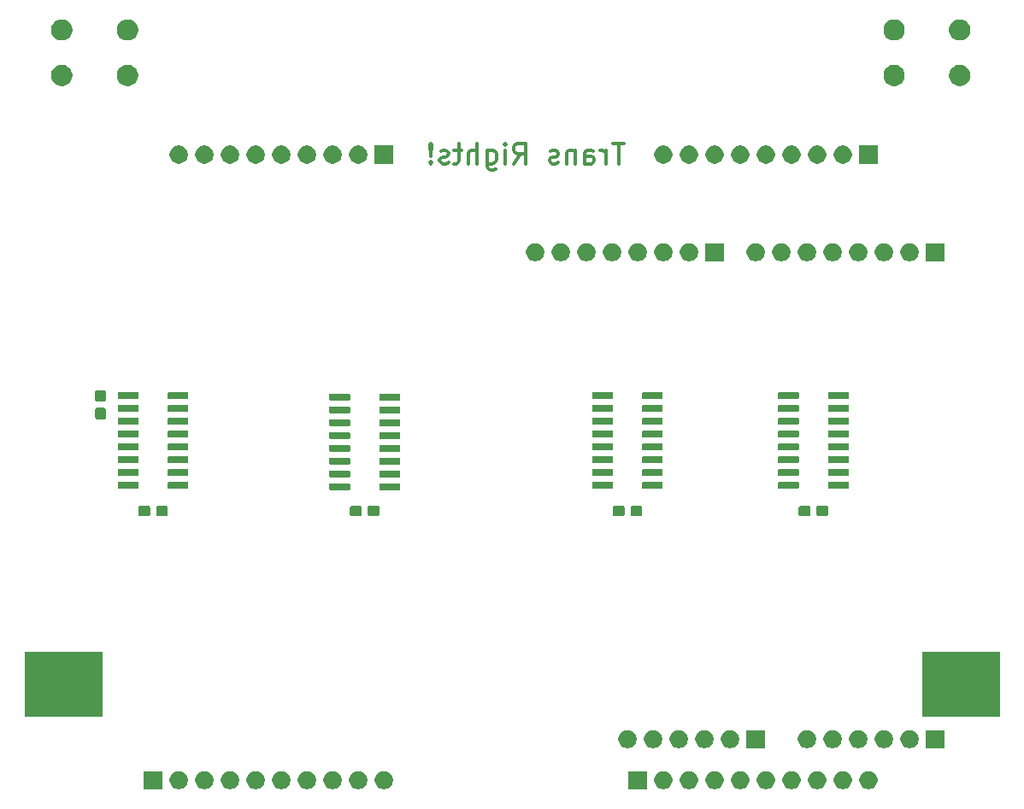
<source format=gbr>
G04 #@! TF.GenerationSoftware,KiCad,Pcbnew,5.1.5*
G04 #@! TF.CreationDate,2019-12-27T12:01:36+00:00*
G04 #@! TF.ProjectId,wkday,776b6461-792e-46b6-9963-61645f706362,rev?*
G04 #@! TF.SameCoordinates,Original*
G04 #@! TF.FileFunction,Soldermask,Bot*
G04 #@! TF.FilePolarity,Negative*
%FSLAX46Y46*%
G04 Gerber Fmt 4.6, Leading zero omitted, Abs format (unit mm)*
G04 Created by KiCad (PCBNEW 5.1.5) date 2019-12-27 12:01:36*
%MOMM*%
%LPD*%
G04 APERTURE LIST*
%ADD10C,0.100000*%
%ADD11C,0.300000*%
G04 APERTURE END LIST*
D10*
G36*
X128270000Y-111760000D02*
G01*
X120650000Y-111760000D01*
X120650000Y-105410000D01*
X128270000Y-105410000D01*
X128270000Y-111760000D01*
G37*
X128270000Y-111760000D02*
X120650000Y-111760000D01*
X120650000Y-105410000D01*
X128270000Y-105410000D01*
X128270000Y-111760000D01*
G36*
X217170000Y-111760000D02*
G01*
X209550000Y-111760000D01*
X209550000Y-105410000D01*
X217170000Y-105410000D01*
X217170000Y-111760000D01*
G37*
X217170000Y-111760000D02*
X209550000Y-111760000D01*
X209550000Y-105410000D01*
X217170000Y-105410000D01*
X217170000Y-111760000D01*
D11*
X180021285Y-55014761D02*
X178878428Y-55014761D01*
X179449857Y-57014761D02*
X179449857Y-55014761D01*
X178211761Y-57014761D02*
X178211761Y-55681428D01*
X178211761Y-56062380D02*
X178116523Y-55871904D01*
X178021285Y-55776666D01*
X177830809Y-55681428D01*
X177640333Y-55681428D01*
X176116523Y-57014761D02*
X176116523Y-55967142D01*
X176211761Y-55776666D01*
X176402238Y-55681428D01*
X176783190Y-55681428D01*
X176973666Y-55776666D01*
X176116523Y-56919523D02*
X176307000Y-57014761D01*
X176783190Y-57014761D01*
X176973666Y-56919523D01*
X177068904Y-56729047D01*
X177068904Y-56538571D01*
X176973666Y-56348095D01*
X176783190Y-56252857D01*
X176307000Y-56252857D01*
X176116523Y-56157619D01*
X175164142Y-55681428D02*
X175164142Y-57014761D01*
X175164142Y-55871904D02*
X175068904Y-55776666D01*
X174878428Y-55681428D01*
X174592714Y-55681428D01*
X174402238Y-55776666D01*
X174307000Y-55967142D01*
X174307000Y-57014761D01*
X173449857Y-56919523D02*
X173259380Y-57014761D01*
X172878428Y-57014761D01*
X172687952Y-56919523D01*
X172592714Y-56729047D01*
X172592714Y-56633809D01*
X172687952Y-56443333D01*
X172878428Y-56348095D01*
X173164142Y-56348095D01*
X173354619Y-56252857D01*
X173449857Y-56062380D01*
X173449857Y-55967142D01*
X173354619Y-55776666D01*
X173164142Y-55681428D01*
X172878428Y-55681428D01*
X172687952Y-55776666D01*
X169068904Y-57014761D02*
X169735571Y-56062380D01*
X170211761Y-57014761D02*
X170211761Y-55014761D01*
X169449857Y-55014761D01*
X169259380Y-55110000D01*
X169164142Y-55205238D01*
X169068904Y-55395714D01*
X169068904Y-55681428D01*
X169164142Y-55871904D01*
X169259380Y-55967142D01*
X169449857Y-56062380D01*
X170211761Y-56062380D01*
X168211761Y-57014761D02*
X168211761Y-55681428D01*
X168211761Y-55014761D02*
X168307000Y-55110000D01*
X168211761Y-55205238D01*
X168116523Y-55110000D01*
X168211761Y-55014761D01*
X168211761Y-55205238D01*
X166402238Y-55681428D02*
X166402238Y-57300476D01*
X166497476Y-57490952D01*
X166592714Y-57586190D01*
X166783190Y-57681428D01*
X167068904Y-57681428D01*
X167259380Y-57586190D01*
X166402238Y-56919523D02*
X166592714Y-57014761D01*
X166973666Y-57014761D01*
X167164142Y-56919523D01*
X167259380Y-56824285D01*
X167354619Y-56633809D01*
X167354619Y-56062380D01*
X167259380Y-55871904D01*
X167164142Y-55776666D01*
X166973666Y-55681428D01*
X166592714Y-55681428D01*
X166402238Y-55776666D01*
X165449857Y-57014761D02*
X165449857Y-55014761D01*
X164592714Y-57014761D02*
X164592714Y-55967142D01*
X164687952Y-55776666D01*
X164878428Y-55681428D01*
X165164142Y-55681428D01*
X165354619Y-55776666D01*
X165449857Y-55871904D01*
X163926047Y-55681428D02*
X163164142Y-55681428D01*
X163640333Y-55014761D02*
X163640333Y-56729047D01*
X163545095Y-56919523D01*
X163354619Y-57014761D01*
X163164142Y-57014761D01*
X162592714Y-56919523D02*
X162402238Y-57014761D01*
X162021285Y-57014761D01*
X161830809Y-56919523D01*
X161735571Y-56729047D01*
X161735571Y-56633809D01*
X161830809Y-56443333D01*
X162021285Y-56348095D01*
X162307000Y-56348095D01*
X162497476Y-56252857D01*
X162592714Y-56062380D01*
X162592714Y-55967142D01*
X162497476Y-55776666D01*
X162307000Y-55681428D01*
X162021285Y-55681428D01*
X161830809Y-55776666D01*
X160878428Y-56824285D02*
X160783190Y-56919523D01*
X160878428Y-57014761D01*
X160973666Y-56919523D01*
X160878428Y-56824285D01*
X160878428Y-57014761D01*
X160878428Y-56252857D02*
X160973666Y-55110000D01*
X160878428Y-55014761D01*
X160783190Y-55110000D01*
X160878428Y-56252857D01*
X160878428Y-55014761D01*
D10*
G36*
X204323512Y-117213927D02*
G01*
X204472812Y-117243624D01*
X204636784Y-117311544D01*
X204784354Y-117410147D01*
X204909853Y-117535646D01*
X205008456Y-117683216D01*
X205076376Y-117847188D01*
X205111000Y-118021259D01*
X205111000Y-118198741D01*
X205076376Y-118372812D01*
X205008456Y-118536784D01*
X204909853Y-118684354D01*
X204784354Y-118809853D01*
X204636784Y-118908456D01*
X204472812Y-118976376D01*
X204323512Y-119006073D01*
X204298742Y-119011000D01*
X204121258Y-119011000D01*
X204096488Y-119006073D01*
X203947188Y-118976376D01*
X203783216Y-118908456D01*
X203635646Y-118809853D01*
X203510147Y-118684354D01*
X203411544Y-118536784D01*
X203343624Y-118372812D01*
X203309000Y-118198741D01*
X203309000Y-118021259D01*
X203343624Y-117847188D01*
X203411544Y-117683216D01*
X203510147Y-117535646D01*
X203635646Y-117410147D01*
X203783216Y-117311544D01*
X203947188Y-117243624D01*
X204096488Y-117213927D01*
X204121258Y-117209000D01*
X204298742Y-117209000D01*
X204323512Y-117213927D01*
G37*
G36*
X136003512Y-117213927D02*
G01*
X136152812Y-117243624D01*
X136316784Y-117311544D01*
X136464354Y-117410147D01*
X136589853Y-117535646D01*
X136688456Y-117683216D01*
X136756376Y-117847188D01*
X136791000Y-118021259D01*
X136791000Y-118198741D01*
X136756376Y-118372812D01*
X136688456Y-118536784D01*
X136589853Y-118684354D01*
X136464354Y-118809853D01*
X136316784Y-118908456D01*
X136152812Y-118976376D01*
X136003512Y-119006073D01*
X135978742Y-119011000D01*
X135801258Y-119011000D01*
X135776488Y-119006073D01*
X135627188Y-118976376D01*
X135463216Y-118908456D01*
X135315646Y-118809853D01*
X135190147Y-118684354D01*
X135091544Y-118536784D01*
X135023624Y-118372812D01*
X134989000Y-118198741D01*
X134989000Y-118021259D01*
X135023624Y-117847188D01*
X135091544Y-117683216D01*
X135190147Y-117535646D01*
X135315646Y-117410147D01*
X135463216Y-117311544D01*
X135627188Y-117243624D01*
X135776488Y-117213927D01*
X135801258Y-117209000D01*
X135978742Y-117209000D01*
X136003512Y-117213927D01*
G37*
G36*
X184003512Y-117213927D02*
G01*
X184152812Y-117243624D01*
X184316784Y-117311544D01*
X184464354Y-117410147D01*
X184589853Y-117535646D01*
X184688456Y-117683216D01*
X184756376Y-117847188D01*
X184791000Y-118021259D01*
X184791000Y-118198741D01*
X184756376Y-118372812D01*
X184688456Y-118536784D01*
X184589853Y-118684354D01*
X184464354Y-118809853D01*
X184316784Y-118908456D01*
X184152812Y-118976376D01*
X184003512Y-119006073D01*
X183978742Y-119011000D01*
X183801258Y-119011000D01*
X183776488Y-119006073D01*
X183627188Y-118976376D01*
X183463216Y-118908456D01*
X183315646Y-118809853D01*
X183190147Y-118684354D01*
X183091544Y-118536784D01*
X183023624Y-118372812D01*
X182989000Y-118198741D01*
X182989000Y-118021259D01*
X183023624Y-117847188D01*
X183091544Y-117683216D01*
X183190147Y-117535646D01*
X183315646Y-117410147D01*
X183463216Y-117311544D01*
X183627188Y-117243624D01*
X183776488Y-117213927D01*
X183801258Y-117209000D01*
X183978742Y-117209000D01*
X184003512Y-117213927D01*
G37*
G36*
X182251000Y-119011000D02*
G01*
X180449000Y-119011000D01*
X180449000Y-117209000D01*
X182251000Y-117209000D01*
X182251000Y-119011000D01*
G37*
G36*
X156323512Y-117213927D02*
G01*
X156472812Y-117243624D01*
X156636784Y-117311544D01*
X156784354Y-117410147D01*
X156909853Y-117535646D01*
X157008456Y-117683216D01*
X157076376Y-117847188D01*
X157111000Y-118021259D01*
X157111000Y-118198741D01*
X157076376Y-118372812D01*
X157008456Y-118536784D01*
X156909853Y-118684354D01*
X156784354Y-118809853D01*
X156636784Y-118908456D01*
X156472812Y-118976376D01*
X156323512Y-119006073D01*
X156298742Y-119011000D01*
X156121258Y-119011000D01*
X156096488Y-119006073D01*
X155947188Y-118976376D01*
X155783216Y-118908456D01*
X155635646Y-118809853D01*
X155510147Y-118684354D01*
X155411544Y-118536784D01*
X155343624Y-118372812D01*
X155309000Y-118198741D01*
X155309000Y-118021259D01*
X155343624Y-117847188D01*
X155411544Y-117683216D01*
X155510147Y-117535646D01*
X155635646Y-117410147D01*
X155783216Y-117311544D01*
X155947188Y-117243624D01*
X156096488Y-117213927D01*
X156121258Y-117209000D01*
X156298742Y-117209000D01*
X156323512Y-117213927D01*
G37*
G36*
X153783512Y-117213927D02*
G01*
X153932812Y-117243624D01*
X154096784Y-117311544D01*
X154244354Y-117410147D01*
X154369853Y-117535646D01*
X154468456Y-117683216D01*
X154536376Y-117847188D01*
X154571000Y-118021259D01*
X154571000Y-118198741D01*
X154536376Y-118372812D01*
X154468456Y-118536784D01*
X154369853Y-118684354D01*
X154244354Y-118809853D01*
X154096784Y-118908456D01*
X153932812Y-118976376D01*
X153783512Y-119006073D01*
X153758742Y-119011000D01*
X153581258Y-119011000D01*
X153556488Y-119006073D01*
X153407188Y-118976376D01*
X153243216Y-118908456D01*
X153095646Y-118809853D01*
X152970147Y-118684354D01*
X152871544Y-118536784D01*
X152803624Y-118372812D01*
X152769000Y-118198741D01*
X152769000Y-118021259D01*
X152803624Y-117847188D01*
X152871544Y-117683216D01*
X152970147Y-117535646D01*
X153095646Y-117410147D01*
X153243216Y-117311544D01*
X153407188Y-117243624D01*
X153556488Y-117213927D01*
X153581258Y-117209000D01*
X153758742Y-117209000D01*
X153783512Y-117213927D01*
G37*
G36*
X151243512Y-117213927D02*
G01*
X151392812Y-117243624D01*
X151556784Y-117311544D01*
X151704354Y-117410147D01*
X151829853Y-117535646D01*
X151928456Y-117683216D01*
X151996376Y-117847188D01*
X152031000Y-118021259D01*
X152031000Y-118198741D01*
X151996376Y-118372812D01*
X151928456Y-118536784D01*
X151829853Y-118684354D01*
X151704354Y-118809853D01*
X151556784Y-118908456D01*
X151392812Y-118976376D01*
X151243512Y-119006073D01*
X151218742Y-119011000D01*
X151041258Y-119011000D01*
X151016488Y-119006073D01*
X150867188Y-118976376D01*
X150703216Y-118908456D01*
X150555646Y-118809853D01*
X150430147Y-118684354D01*
X150331544Y-118536784D01*
X150263624Y-118372812D01*
X150229000Y-118198741D01*
X150229000Y-118021259D01*
X150263624Y-117847188D01*
X150331544Y-117683216D01*
X150430147Y-117535646D01*
X150555646Y-117410147D01*
X150703216Y-117311544D01*
X150867188Y-117243624D01*
X151016488Y-117213927D01*
X151041258Y-117209000D01*
X151218742Y-117209000D01*
X151243512Y-117213927D01*
G37*
G36*
X148703512Y-117213927D02*
G01*
X148852812Y-117243624D01*
X149016784Y-117311544D01*
X149164354Y-117410147D01*
X149289853Y-117535646D01*
X149388456Y-117683216D01*
X149456376Y-117847188D01*
X149491000Y-118021259D01*
X149491000Y-118198741D01*
X149456376Y-118372812D01*
X149388456Y-118536784D01*
X149289853Y-118684354D01*
X149164354Y-118809853D01*
X149016784Y-118908456D01*
X148852812Y-118976376D01*
X148703512Y-119006073D01*
X148678742Y-119011000D01*
X148501258Y-119011000D01*
X148476488Y-119006073D01*
X148327188Y-118976376D01*
X148163216Y-118908456D01*
X148015646Y-118809853D01*
X147890147Y-118684354D01*
X147791544Y-118536784D01*
X147723624Y-118372812D01*
X147689000Y-118198741D01*
X147689000Y-118021259D01*
X147723624Y-117847188D01*
X147791544Y-117683216D01*
X147890147Y-117535646D01*
X148015646Y-117410147D01*
X148163216Y-117311544D01*
X148327188Y-117243624D01*
X148476488Y-117213927D01*
X148501258Y-117209000D01*
X148678742Y-117209000D01*
X148703512Y-117213927D01*
G37*
G36*
X146163512Y-117213927D02*
G01*
X146312812Y-117243624D01*
X146476784Y-117311544D01*
X146624354Y-117410147D01*
X146749853Y-117535646D01*
X146848456Y-117683216D01*
X146916376Y-117847188D01*
X146951000Y-118021259D01*
X146951000Y-118198741D01*
X146916376Y-118372812D01*
X146848456Y-118536784D01*
X146749853Y-118684354D01*
X146624354Y-118809853D01*
X146476784Y-118908456D01*
X146312812Y-118976376D01*
X146163512Y-119006073D01*
X146138742Y-119011000D01*
X145961258Y-119011000D01*
X145936488Y-119006073D01*
X145787188Y-118976376D01*
X145623216Y-118908456D01*
X145475646Y-118809853D01*
X145350147Y-118684354D01*
X145251544Y-118536784D01*
X145183624Y-118372812D01*
X145149000Y-118198741D01*
X145149000Y-118021259D01*
X145183624Y-117847188D01*
X145251544Y-117683216D01*
X145350147Y-117535646D01*
X145475646Y-117410147D01*
X145623216Y-117311544D01*
X145787188Y-117243624D01*
X145936488Y-117213927D01*
X145961258Y-117209000D01*
X146138742Y-117209000D01*
X146163512Y-117213927D01*
G37*
G36*
X143623512Y-117213927D02*
G01*
X143772812Y-117243624D01*
X143936784Y-117311544D01*
X144084354Y-117410147D01*
X144209853Y-117535646D01*
X144308456Y-117683216D01*
X144376376Y-117847188D01*
X144411000Y-118021259D01*
X144411000Y-118198741D01*
X144376376Y-118372812D01*
X144308456Y-118536784D01*
X144209853Y-118684354D01*
X144084354Y-118809853D01*
X143936784Y-118908456D01*
X143772812Y-118976376D01*
X143623512Y-119006073D01*
X143598742Y-119011000D01*
X143421258Y-119011000D01*
X143396488Y-119006073D01*
X143247188Y-118976376D01*
X143083216Y-118908456D01*
X142935646Y-118809853D01*
X142810147Y-118684354D01*
X142711544Y-118536784D01*
X142643624Y-118372812D01*
X142609000Y-118198741D01*
X142609000Y-118021259D01*
X142643624Y-117847188D01*
X142711544Y-117683216D01*
X142810147Y-117535646D01*
X142935646Y-117410147D01*
X143083216Y-117311544D01*
X143247188Y-117243624D01*
X143396488Y-117213927D01*
X143421258Y-117209000D01*
X143598742Y-117209000D01*
X143623512Y-117213927D01*
G37*
G36*
X141083512Y-117213927D02*
G01*
X141232812Y-117243624D01*
X141396784Y-117311544D01*
X141544354Y-117410147D01*
X141669853Y-117535646D01*
X141768456Y-117683216D01*
X141836376Y-117847188D01*
X141871000Y-118021259D01*
X141871000Y-118198741D01*
X141836376Y-118372812D01*
X141768456Y-118536784D01*
X141669853Y-118684354D01*
X141544354Y-118809853D01*
X141396784Y-118908456D01*
X141232812Y-118976376D01*
X141083512Y-119006073D01*
X141058742Y-119011000D01*
X140881258Y-119011000D01*
X140856488Y-119006073D01*
X140707188Y-118976376D01*
X140543216Y-118908456D01*
X140395646Y-118809853D01*
X140270147Y-118684354D01*
X140171544Y-118536784D01*
X140103624Y-118372812D01*
X140069000Y-118198741D01*
X140069000Y-118021259D01*
X140103624Y-117847188D01*
X140171544Y-117683216D01*
X140270147Y-117535646D01*
X140395646Y-117410147D01*
X140543216Y-117311544D01*
X140707188Y-117243624D01*
X140856488Y-117213927D01*
X140881258Y-117209000D01*
X141058742Y-117209000D01*
X141083512Y-117213927D01*
G37*
G36*
X134251000Y-119011000D02*
G01*
X132449000Y-119011000D01*
X132449000Y-117209000D01*
X134251000Y-117209000D01*
X134251000Y-119011000D01*
G37*
G36*
X186543512Y-117213927D02*
G01*
X186692812Y-117243624D01*
X186856784Y-117311544D01*
X187004354Y-117410147D01*
X187129853Y-117535646D01*
X187228456Y-117683216D01*
X187296376Y-117847188D01*
X187331000Y-118021259D01*
X187331000Y-118198741D01*
X187296376Y-118372812D01*
X187228456Y-118536784D01*
X187129853Y-118684354D01*
X187004354Y-118809853D01*
X186856784Y-118908456D01*
X186692812Y-118976376D01*
X186543512Y-119006073D01*
X186518742Y-119011000D01*
X186341258Y-119011000D01*
X186316488Y-119006073D01*
X186167188Y-118976376D01*
X186003216Y-118908456D01*
X185855646Y-118809853D01*
X185730147Y-118684354D01*
X185631544Y-118536784D01*
X185563624Y-118372812D01*
X185529000Y-118198741D01*
X185529000Y-118021259D01*
X185563624Y-117847188D01*
X185631544Y-117683216D01*
X185730147Y-117535646D01*
X185855646Y-117410147D01*
X186003216Y-117311544D01*
X186167188Y-117243624D01*
X186316488Y-117213927D01*
X186341258Y-117209000D01*
X186518742Y-117209000D01*
X186543512Y-117213927D01*
G37*
G36*
X189083512Y-117213927D02*
G01*
X189232812Y-117243624D01*
X189396784Y-117311544D01*
X189544354Y-117410147D01*
X189669853Y-117535646D01*
X189768456Y-117683216D01*
X189836376Y-117847188D01*
X189871000Y-118021259D01*
X189871000Y-118198741D01*
X189836376Y-118372812D01*
X189768456Y-118536784D01*
X189669853Y-118684354D01*
X189544354Y-118809853D01*
X189396784Y-118908456D01*
X189232812Y-118976376D01*
X189083512Y-119006073D01*
X189058742Y-119011000D01*
X188881258Y-119011000D01*
X188856488Y-119006073D01*
X188707188Y-118976376D01*
X188543216Y-118908456D01*
X188395646Y-118809853D01*
X188270147Y-118684354D01*
X188171544Y-118536784D01*
X188103624Y-118372812D01*
X188069000Y-118198741D01*
X188069000Y-118021259D01*
X188103624Y-117847188D01*
X188171544Y-117683216D01*
X188270147Y-117535646D01*
X188395646Y-117410147D01*
X188543216Y-117311544D01*
X188707188Y-117243624D01*
X188856488Y-117213927D01*
X188881258Y-117209000D01*
X189058742Y-117209000D01*
X189083512Y-117213927D01*
G37*
G36*
X191623512Y-117213927D02*
G01*
X191772812Y-117243624D01*
X191936784Y-117311544D01*
X192084354Y-117410147D01*
X192209853Y-117535646D01*
X192308456Y-117683216D01*
X192376376Y-117847188D01*
X192411000Y-118021259D01*
X192411000Y-118198741D01*
X192376376Y-118372812D01*
X192308456Y-118536784D01*
X192209853Y-118684354D01*
X192084354Y-118809853D01*
X191936784Y-118908456D01*
X191772812Y-118976376D01*
X191623512Y-119006073D01*
X191598742Y-119011000D01*
X191421258Y-119011000D01*
X191396488Y-119006073D01*
X191247188Y-118976376D01*
X191083216Y-118908456D01*
X190935646Y-118809853D01*
X190810147Y-118684354D01*
X190711544Y-118536784D01*
X190643624Y-118372812D01*
X190609000Y-118198741D01*
X190609000Y-118021259D01*
X190643624Y-117847188D01*
X190711544Y-117683216D01*
X190810147Y-117535646D01*
X190935646Y-117410147D01*
X191083216Y-117311544D01*
X191247188Y-117243624D01*
X191396488Y-117213927D01*
X191421258Y-117209000D01*
X191598742Y-117209000D01*
X191623512Y-117213927D01*
G37*
G36*
X194163512Y-117213927D02*
G01*
X194312812Y-117243624D01*
X194476784Y-117311544D01*
X194624354Y-117410147D01*
X194749853Y-117535646D01*
X194848456Y-117683216D01*
X194916376Y-117847188D01*
X194951000Y-118021259D01*
X194951000Y-118198741D01*
X194916376Y-118372812D01*
X194848456Y-118536784D01*
X194749853Y-118684354D01*
X194624354Y-118809853D01*
X194476784Y-118908456D01*
X194312812Y-118976376D01*
X194163512Y-119006073D01*
X194138742Y-119011000D01*
X193961258Y-119011000D01*
X193936488Y-119006073D01*
X193787188Y-118976376D01*
X193623216Y-118908456D01*
X193475646Y-118809853D01*
X193350147Y-118684354D01*
X193251544Y-118536784D01*
X193183624Y-118372812D01*
X193149000Y-118198741D01*
X193149000Y-118021259D01*
X193183624Y-117847188D01*
X193251544Y-117683216D01*
X193350147Y-117535646D01*
X193475646Y-117410147D01*
X193623216Y-117311544D01*
X193787188Y-117243624D01*
X193936488Y-117213927D01*
X193961258Y-117209000D01*
X194138742Y-117209000D01*
X194163512Y-117213927D01*
G37*
G36*
X196703512Y-117213927D02*
G01*
X196852812Y-117243624D01*
X197016784Y-117311544D01*
X197164354Y-117410147D01*
X197289853Y-117535646D01*
X197388456Y-117683216D01*
X197456376Y-117847188D01*
X197491000Y-118021259D01*
X197491000Y-118198741D01*
X197456376Y-118372812D01*
X197388456Y-118536784D01*
X197289853Y-118684354D01*
X197164354Y-118809853D01*
X197016784Y-118908456D01*
X196852812Y-118976376D01*
X196703512Y-119006073D01*
X196678742Y-119011000D01*
X196501258Y-119011000D01*
X196476488Y-119006073D01*
X196327188Y-118976376D01*
X196163216Y-118908456D01*
X196015646Y-118809853D01*
X195890147Y-118684354D01*
X195791544Y-118536784D01*
X195723624Y-118372812D01*
X195689000Y-118198741D01*
X195689000Y-118021259D01*
X195723624Y-117847188D01*
X195791544Y-117683216D01*
X195890147Y-117535646D01*
X196015646Y-117410147D01*
X196163216Y-117311544D01*
X196327188Y-117243624D01*
X196476488Y-117213927D01*
X196501258Y-117209000D01*
X196678742Y-117209000D01*
X196703512Y-117213927D01*
G37*
G36*
X199243512Y-117213927D02*
G01*
X199392812Y-117243624D01*
X199556784Y-117311544D01*
X199704354Y-117410147D01*
X199829853Y-117535646D01*
X199928456Y-117683216D01*
X199996376Y-117847188D01*
X200031000Y-118021259D01*
X200031000Y-118198741D01*
X199996376Y-118372812D01*
X199928456Y-118536784D01*
X199829853Y-118684354D01*
X199704354Y-118809853D01*
X199556784Y-118908456D01*
X199392812Y-118976376D01*
X199243512Y-119006073D01*
X199218742Y-119011000D01*
X199041258Y-119011000D01*
X199016488Y-119006073D01*
X198867188Y-118976376D01*
X198703216Y-118908456D01*
X198555646Y-118809853D01*
X198430147Y-118684354D01*
X198331544Y-118536784D01*
X198263624Y-118372812D01*
X198229000Y-118198741D01*
X198229000Y-118021259D01*
X198263624Y-117847188D01*
X198331544Y-117683216D01*
X198430147Y-117535646D01*
X198555646Y-117410147D01*
X198703216Y-117311544D01*
X198867188Y-117243624D01*
X199016488Y-117213927D01*
X199041258Y-117209000D01*
X199218742Y-117209000D01*
X199243512Y-117213927D01*
G37*
G36*
X201783512Y-117213927D02*
G01*
X201932812Y-117243624D01*
X202096784Y-117311544D01*
X202244354Y-117410147D01*
X202369853Y-117535646D01*
X202468456Y-117683216D01*
X202536376Y-117847188D01*
X202571000Y-118021259D01*
X202571000Y-118198741D01*
X202536376Y-118372812D01*
X202468456Y-118536784D01*
X202369853Y-118684354D01*
X202244354Y-118809853D01*
X202096784Y-118908456D01*
X201932812Y-118976376D01*
X201783512Y-119006073D01*
X201758742Y-119011000D01*
X201581258Y-119011000D01*
X201556488Y-119006073D01*
X201407188Y-118976376D01*
X201243216Y-118908456D01*
X201095646Y-118809853D01*
X200970147Y-118684354D01*
X200871544Y-118536784D01*
X200803624Y-118372812D01*
X200769000Y-118198741D01*
X200769000Y-118021259D01*
X200803624Y-117847188D01*
X200871544Y-117683216D01*
X200970147Y-117535646D01*
X201095646Y-117410147D01*
X201243216Y-117311544D01*
X201407188Y-117243624D01*
X201556488Y-117213927D01*
X201581258Y-117209000D01*
X201758742Y-117209000D01*
X201783512Y-117213927D01*
G37*
G36*
X138543512Y-117213927D02*
G01*
X138692812Y-117243624D01*
X138856784Y-117311544D01*
X139004354Y-117410147D01*
X139129853Y-117535646D01*
X139228456Y-117683216D01*
X139296376Y-117847188D01*
X139331000Y-118021259D01*
X139331000Y-118198741D01*
X139296376Y-118372812D01*
X139228456Y-118536784D01*
X139129853Y-118684354D01*
X139004354Y-118809853D01*
X138856784Y-118908456D01*
X138692812Y-118976376D01*
X138543512Y-119006073D01*
X138518742Y-119011000D01*
X138341258Y-119011000D01*
X138316488Y-119006073D01*
X138167188Y-118976376D01*
X138003216Y-118908456D01*
X137855646Y-118809853D01*
X137730147Y-118684354D01*
X137631544Y-118536784D01*
X137563624Y-118372812D01*
X137529000Y-118198741D01*
X137529000Y-118021259D01*
X137563624Y-117847188D01*
X137631544Y-117683216D01*
X137730147Y-117535646D01*
X137855646Y-117410147D01*
X138003216Y-117311544D01*
X138167188Y-117243624D01*
X138316488Y-117213927D01*
X138341258Y-117209000D01*
X138518742Y-117209000D01*
X138543512Y-117213927D01*
G37*
G36*
X203313512Y-113149927D02*
G01*
X203462812Y-113179624D01*
X203626784Y-113247544D01*
X203774354Y-113346147D01*
X203899853Y-113471646D01*
X203998456Y-113619216D01*
X204066376Y-113783188D01*
X204101000Y-113957259D01*
X204101000Y-114134741D01*
X204066376Y-114308812D01*
X203998456Y-114472784D01*
X203899853Y-114620354D01*
X203774354Y-114745853D01*
X203626784Y-114844456D01*
X203462812Y-114912376D01*
X203313512Y-114942073D01*
X203288742Y-114947000D01*
X203111258Y-114947000D01*
X203086488Y-114942073D01*
X202937188Y-114912376D01*
X202773216Y-114844456D01*
X202625646Y-114745853D01*
X202500147Y-114620354D01*
X202401544Y-114472784D01*
X202333624Y-114308812D01*
X202299000Y-114134741D01*
X202299000Y-113957259D01*
X202333624Y-113783188D01*
X202401544Y-113619216D01*
X202500147Y-113471646D01*
X202625646Y-113346147D01*
X202773216Y-113247544D01*
X202937188Y-113179624D01*
X203086488Y-113149927D01*
X203111258Y-113145000D01*
X203288742Y-113145000D01*
X203313512Y-113149927D01*
G37*
G36*
X208393512Y-113149927D02*
G01*
X208542812Y-113179624D01*
X208706784Y-113247544D01*
X208854354Y-113346147D01*
X208979853Y-113471646D01*
X209078456Y-113619216D01*
X209146376Y-113783188D01*
X209181000Y-113957259D01*
X209181000Y-114134741D01*
X209146376Y-114308812D01*
X209078456Y-114472784D01*
X208979853Y-114620354D01*
X208854354Y-114745853D01*
X208706784Y-114844456D01*
X208542812Y-114912376D01*
X208393512Y-114942073D01*
X208368742Y-114947000D01*
X208191258Y-114947000D01*
X208166488Y-114942073D01*
X208017188Y-114912376D01*
X207853216Y-114844456D01*
X207705646Y-114745853D01*
X207580147Y-114620354D01*
X207481544Y-114472784D01*
X207413624Y-114308812D01*
X207379000Y-114134741D01*
X207379000Y-113957259D01*
X207413624Y-113783188D01*
X207481544Y-113619216D01*
X207580147Y-113471646D01*
X207705646Y-113346147D01*
X207853216Y-113247544D01*
X208017188Y-113179624D01*
X208166488Y-113149927D01*
X208191258Y-113145000D01*
X208368742Y-113145000D01*
X208393512Y-113149927D01*
G37*
G36*
X211721000Y-114947000D02*
G01*
X209919000Y-114947000D01*
X209919000Y-113145000D01*
X211721000Y-113145000D01*
X211721000Y-114947000D01*
G37*
G36*
X180453512Y-113149927D02*
G01*
X180602812Y-113179624D01*
X180766784Y-113247544D01*
X180914354Y-113346147D01*
X181039853Y-113471646D01*
X181138456Y-113619216D01*
X181206376Y-113783188D01*
X181241000Y-113957259D01*
X181241000Y-114134741D01*
X181206376Y-114308812D01*
X181138456Y-114472784D01*
X181039853Y-114620354D01*
X180914354Y-114745853D01*
X180766784Y-114844456D01*
X180602812Y-114912376D01*
X180453512Y-114942073D01*
X180428742Y-114947000D01*
X180251258Y-114947000D01*
X180226488Y-114942073D01*
X180077188Y-114912376D01*
X179913216Y-114844456D01*
X179765646Y-114745853D01*
X179640147Y-114620354D01*
X179541544Y-114472784D01*
X179473624Y-114308812D01*
X179439000Y-114134741D01*
X179439000Y-113957259D01*
X179473624Y-113783188D01*
X179541544Y-113619216D01*
X179640147Y-113471646D01*
X179765646Y-113346147D01*
X179913216Y-113247544D01*
X180077188Y-113179624D01*
X180226488Y-113149927D01*
X180251258Y-113145000D01*
X180428742Y-113145000D01*
X180453512Y-113149927D01*
G37*
G36*
X182993512Y-113149927D02*
G01*
X183142812Y-113179624D01*
X183306784Y-113247544D01*
X183454354Y-113346147D01*
X183579853Y-113471646D01*
X183678456Y-113619216D01*
X183746376Y-113783188D01*
X183781000Y-113957259D01*
X183781000Y-114134741D01*
X183746376Y-114308812D01*
X183678456Y-114472784D01*
X183579853Y-114620354D01*
X183454354Y-114745853D01*
X183306784Y-114844456D01*
X183142812Y-114912376D01*
X182993512Y-114942073D01*
X182968742Y-114947000D01*
X182791258Y-114947000D01*
X182766488Y-114942073D01*
X182617188Y-114912376D01*
X182453216Y-114844456D01*
X182305646Y-114745853D01*
X182180147Y-114620354D01*
X182081544Y-114472784D01*
X182013624Y-114308812D01*
X181979000Y-114134741D01*
X181979000Y-113957259D01*
X182013624Y-113783188D01*
X182081544Y-113619216D01*
X182180147Y-113471646D01*
X182305646Y-113346147D01*
X182453216Y-113247544D01*
X182617188Y-113179624D01*
X182766488Y-113149927D01*
X182791258Y-113145000D01*
X182968742Y-113145000D01*
X182993512Y-113149927D01*
G37*
G36*
X185533512Y-113149927D02*
G01*
X185682812Y-113179624D01*
X185846784Y-113247544D01*
X185994354Y-113346147D01*
X186119853Y-113471646D01*
X186218456Y-113619216D01*
X186286376Y-113783188D01*
X186321000Y-113957259D01*
X186321000Y-114134741D01*
X186286376Y-114308812D01*
X186218456Y-114472784D01*
X186119853Y-114620354D01*
X185994354Y-114745853D01*
X185846784Y-114844456D01*
X185682812Y-114912376D01*
X185533512Y-114942073D01*
X185508742Y-114947000D01*
X185331258Y-114947000D01*
X185306488Y-114942073D01*
X185157188Y-114912376D01*
X184993216Y-114844456D01*
X184845646Y-114745853D01*
X184720147Y-114620354D01*
X184621544Y-114472784D01*
X184553624Y-114308812D01*
X184519000Y-114134741D01*
X184519000Y-113957259D01*
X184553624Y-113783188D01*
X184621544Y-113619216D01*
X184720147Y-113471646D01*
X184845646Y-113346147D01*
X184993216Y-113247544D01*
X185157188Y-113179624D01*
X185306488Y-113149927D01*
X185331258Y-113145000D01*
X185508742Y-113145000D01*
X185533512Y-113149927D01*
G37*
G36*
X188073512Y-113149927D02*
G01*
X188222812Y-113179624D01*
X188386784Y-113247544D01*
X188534354Y-113346147D01*
X188659853Y-113471646D01*
X188758456Y-113619216D01*
X188826376Y-113783188D01*
X188861000Y-113957259D01*
X188861000Y-114134741D01*
X188826376Y-114308812D01*
X188758456Y-114472784D01*
X188659853Y-114620354D01*
X188534354Y-114745853D01*
X188386784Y-114844456D01*
X188222812Y-114912376D01*
X188073512Y-114942073D01*
X188048742Y-114947000D01*
X187871258Y-114947000D01*
X187846488Y-114942073D01*
X187697188Y-114912376D01*
X187533216Y-114844456D01*
X187385646Y-114745853D01*
X187260147Y-114620354D01*
X187161544Y-114472784D01*
X187093624Y-114308812D01*
X187059000Y-114134741D01*
X187059000Y-113957259D01*
X187093624Y-113783188D01*
X187161544Y-113619216D01*
X187260147Y-113471646D01*
X187385646Y-113346147D01*
X187533216Y-113247544D01*
X187697188Y-113179624D01*
X187846488Y-113149927D01*
X187871258Y-113145000D01*
X188048742Y-113145000D01*
X188073512Y-113149927D01*
G37*
G36*
X190613512Y-113149927D02*
G01*
X190762812Y-113179624D01*
X190926784Y-113247544D01*
X191074354Y-113346147D01*
X191199853Y-113471646D01*
X191298456Y-113619216D01*
X191366376Y-113783188D01*
X191401000Y-113957259D01*
X191401000Y-114134741D01*
X191366376Y-114308812D01*
X191298456Y-114472784D01*
X191199853Y-114620354D01*
X191074354Y-114745853D01*
X190926784Y-114844456D01*
X190762812Y-114912376D01*
X190613512Y-114942073D01*
X190588742Y-114947000D01*
X190411258Y-114947000D01*
X190386488Y-114942073D01*
X190237188Y-114912376D01*
X190073216Y-114844456D01*
X189925646Y-114745853D01*
X189800147Y-114620354D01*
X189701544Y-114472784D01*
X189633624Y-114308812D01*
X189599000Y-114134741D01*
X189599000Y-113957259D01*
X189633624Y-113783188D01*
X189701544Y-113619216D01*
X189800147Y-113471646D01*
X189925646Y-113346147D01*
X190073216Y-113247544D01*
X190237188Y-113179624D01*
X190386488Y-113149927D01*
X190411258Y-113145000D01*
X190588742Y-113145000D01*
X190613512Y-113149927D01*
G37*
G36*
X193941000Y-114947000D02*
G01*
X192139000Y-114947000D01*
X192139000Y-113145000D01*
X193941000Y-113145000D01*
X193941000Y-114947000D01*
G37*
G36*
X200773512Y-113149927D02*
G01*
X200922812Y-113179624D01*
X201086784Y-113247544D01*
X201234354Y-113346147D01*
X201359853Y-113471646D01*
X201458456Y-113619216D01*
X201526376Y-113783188D01*
X201561000Y-113957259D01*
X201561000Y-114134741D01*
X201526376Y-114308812D01*
X201458456Y-114472784D01*
X201359853Y-114620354D01*
X201234354Y-114745853D01*
X201086784Y-114844456D01*
X200922812Y-114912376D01*
X200773512Y-114942073D01*
X200748742Y-114947000D01*
X200571258Y-114947000D01*
X200546488Y-114942073D01*
X200397188Y-114912376D01*
X200233216Y-114844456D01*
X200085646Y-114745853D01*
X199960147Y-114620354D01*
X199861544Y-114472784D01*
X199793624Y-114308812D01*
X199759000Y-114134741D01*
X199759000Y-113957259D01*
X199793624Y-113783188D01*
X199861544Y-113619216D01*
X199960147Y-113471646D01*
X200085646Y-113346147D01*
X200233216Y-113247544D01*
X200397188Y-113179624D01*
X200546488Y-113149927D01*
X200571258Y-113145000D01*
X200748742Y-113145000D01*
X200773512Y-113149927D01*
G37*
G36*
X205853512Y-113149927D02*
G01*
X206002812Y-113179624D01*
X206166784Y-113247544D01*
X206314354Y-113346147D01*
X206439853Y-113471646D01*
X206538456Y-113619216D01*
X206606376Y-113783188D01*
X206641000Y-113957259D01*
X206641000Y-114134741D01*
X206606376Y-114308812D01*
X206538456Y-114472784D01*
X206439853Y-114620354D01*
X206314354Y-114745853D01*
X206166784Y-114844456D01*
X206002812Y-114912376D01*
X205853512Y-114942073D01*
X205828742Y-114947000D01*
X205651258Y-114947000D01*
X205626488Y-114942073D01*
X205477188Y-114912376D01*
X205313216Y-114844456D01*
X205165646Y-114745853D01*
X205040147Y-114620354D01*
X204941544Y-114472784D01*
X204873624Y-114308812D01*
X204839000Y-114134741D01*
X204839000Y-113957259D01*
X204873624Y-113783188D01*
X204941544Y-113619216D01*
X205040147Y-113471646D01*
X205165646Y-113346147D01*
X205313216Y-113247544D01*
X205477188Y-113179624D01*
X205626488Y-113149927D01*
X205651258Y-113145000D01*
X205828742Y-113145000D01*
X205853512Y-113149927D01*
G37*
G36*
X198233512Y-113149927D02*
G01*
X198382812Y-113179624D01*
X198546784Y-113247544D01*
X198694354Y-113346147D01*
X198819853Y-113471646D01*
X198918456Y-113619216D01*
X198986376Y-113783188D01*
X199021000Y-113957259D01*
X199021000Y-114134741D01*
X198986376Y-114308812D01*
X198918456Y-114472784D01*
X198819853Y-114620354D01*
X198694354Y-114745853D01*
X198546784Y-114844456D01*
X198382812Y-114912376D01*
X198233512Y-114942073D01*
X198208742Y-114947000D01*
X198031258Y-114947000D01*
X198006488Y-114942073D01*
X197857188Y-114912376D01*
X197693216Y-114844456D01*
X197545646Y-114745853D01*
X197420147Y-114620354D01*
X197321544Y-114472784D01*
X197253624Y-114308812D01*
X197219000Y-114134741D01*
X197219000Y-113957259D01*
X197253624Y-113783188D01*
X197321544Y-113619216D01*
X197420147Y-113471646D01*
X197545646Y-113346147D01*
X197693216Y-113247544D01*
X197857188Y-113179624D01*
X198006488Y-113149927D01*
X198031258Y-113145000D01*
X198208742Y-113145000D01*
X198233512Y-113149927D01*
G37*
G36*
X181629499Y-90918445D02*
G01*
X181666995Y-90929820D01*
X181701554Y-90948292D01*
X181731847Y-90973153D01*
X181756708Y-91003446D01*
X181775180Y-91038005D01*
X181786555Y-91075501D01*
X181791000Y-91120638D01*
X181791000Y-91759362D01*
X181786555Y-91804499D01*
X181775180Y-91841995D01*
X181756708Y-91876554D01*
X181731847Y-91906847D01*
X181701554Y-91931708D01*
X181666995Y-91950180D01*
X181629499Y-91961555D01*
X181584362Y-91966000D01*
X180845638Y-91966000D01*
X180800501Y-91961555D01*
X180763005Y-91950180D01*
X180728446Y-91931708D01*
X180698153Y-91906847D01*
X180673292Y-91876554D01*
X180654820Y-91841995D01*
X180643445Y-91804499D01*
X180639000Y-91759362D01*
X180639000Y-91120638D01*
X180643445Y-91075501D01*
X180654820Y-91038005D01*
X180673292Y-91003446D01*
X180698153Y-90973153D01*
X180728446Y-90948292D01*
X180763005Y-90929820D01*
X180800501Y-90918445D01*
X180845638Y-90914000D01*
X181584362Y-90914000D01*
X181629499Y-90918445D01*
G37*
G36*
X198294499Y-90918445D02*
G01*
X198331995Y-90929820D01*
X198366554Y-90948292D01*
X198396847Y-90973153D01*
X198421708Y-91003446D01*
X198440180Y-91038005D01*
X198451555Y-91075501D01*
X198456000Y-91120638D01*
X198456000Y-91759362D01*
X198451555Y-91804499D01*
X198440180Y-91841995D01*
X198421708Y-91876554D01*
X198396847Y-91906847D01*
X198366554Y-91931708D01*
X198331995Y-91950180D01*
X198294499Y-91961555D01*
X198249362Y-91966000D01*
X197510638Y-91966000D01*
X197465501Y-91961555D01*
X197428005Y-91950180D01*
X197393446Y-91931708D01*
X197363153Y-91906847D01*
X197338292Y-91876554D01*
X197319820Y-91841995D01*
X197308445Y-91804499D01*
X197304000Y-91759362D01*
X197304000Y-91120638D01*
X197308445Y-91075501D01*
X197319820Y-91038005D01*
X197338292Y-91003446D01*
X197363153Y-90973153D01*
X197393446Y-90948292D01*
X197428005Y-90929820D01*
X197465501Y-90918445D01*
X197510638Y-90914000D01*
X198249362Y-90914000D01*
X198294499Y-90918445D01*
G37*
G36*
X179879499Y-90918445D02*
G01*
X179916995Y-90929820D01*
X179951554Y-90948292D01*
X179981847Y-90973153D01*
X180006708Y-91003446D01*
X180025180Y-91038005D01*
X180036555Y-91075501D01*
X180041000Y-91120638D01*
X180041000Y-91759362D01*
X180036555Y-91804499D01*
X180025180Y-91841995D01*
X180006708Y-91876554D01*
X179981847Y-91906847D01*
X179951554Y-91931708D01*
X179916995Y-91950180D01*
X179879499Y-91961555D01*
X179834362Y-91966000D01*
X179095638Y-91966000D01*
X179050501Y-91961555D01*
X179013005Y-91950180D01*
X178978446Y-91931708D01*
X178948153Y-91906847D01*
X178923292Y-91876554D01*
X178904820Y-91841995D01*
X178893445Y-91804499D01*
X178889000Y-91759362D01*
X178889000Y-91120638D01*
X178893445Y-91075501D01*
X178904820Y-91038005D01*
X178923292Y-91003446D01*
X178948153Y-90973153D01*
X178978446Y-90948292D01*
X179013005Y-90929820D01*
X179050501Y-90918445D01*
X179095638Y-90914000D01*
X179834362Y-90914000D01*
X179879499Y-90918445D01*
G37*
G36*
X155594499Y-90918445D02*
G01*
X155631995Y-90929820D01*
X155666554Y-90948292D01*
X155696847Y-90973153D01*
X155721708Y-91003446D01*
X155740180Y-91038005D01*
X155751555Y-91075501D01*
X155756000Y-91120638D01*
X155756000Y-91759362D01*
X155751555Y-91804499D01*
X155740180Y-91841995D01*
X155721708Y-91876554D01*
X155696847Y-91906847D01*
X155666554Y-91931708D01*
X155631995Y-91950180D01*
X155594499Y-91961555D01*
X155549362Y-91966000D01*
X154810638Y-91966000D01*
X154765501Y-91961555D01*
X154728005Y-91950180D01*
X154693446Y-91931708D01*
X154663153Y-91906847D01*
X154638292Y-91876554D01*
X154619820Y-91841995D01*
X154608445Y-91804499D01*
X154604000Y-91759362D01*
X154604000Y-91120638D01*
X154608445Y-91075501D01*
X154619820Y-91038005D01*
X154638292Y-91003446D01*
X154663153Y-90973153D01*
X154693446Y-90948292D01*
X154728005Y-90929820D01*
X154765501Y-90918445D01*
X154810638Y-90914000D01*
X155549362Y-90914000D01*
X155594499Y-90918445D01*
G37*
G36*
X134639499Y-90918445D02*
G01*
X134676995Y-90929820D01*
X134711554Y-90948292D01*
X134741847Y-90973153D01*
X134766708Y-91003446D01*
X134785180Y-91038005D01*
X134796555Y-91075501D01*
X134801000Y-91120638D01*
X134801000Y-91759362D01*
X134796555Y-91804499D01*
X134785180Y-91841995D01*
X134766708Y-91876554D01*
X134741847Y-91906847D01*
X134711554Y-91931708D01*
X134676995Y-91950180D01*
X134639499Y-91961555D01*
X134594362Y-91966000D01*
X133855638Y-91966000D01*
X133810501Y-91961555D01*
X133773005Y-91950180D01*
X133738446Y-91931708D01*
X133708153Y-91906847D01*
X133683292Y-91876554D01*
X133664820Y-91841995D01*
X133653445Y-91804499D01*
X133649000Y-91759362D01*
X133649000Y-91120638D01*
X133653445Y-91075501D01*
X133664820Y-91038005D01*
X133683292Y-91003446D01*
X133708153Y-90973153D01*
X133738446Y-90948292D01*
X133773005Y-90929820D01*
X133810501Y-90918445D01*
X133855638Y-90914000D01*
X134594362Y-90914000D01*
X134639499Y-90918445D01*
G37*
G36*
X153844499Y-90918445D02*
G01*
X153881995Y-90929820D01*
X153916554Y-90948292D01*
X153946847Y-90973153D01*
X153971708Y-91003446D01*
X153990180Y-91038005D01*
X154001555Y-91075501D01*
X154006000Y-91120638D01*
X154006000Y-91759362D01*
X154001555Y-91804499D01*
X153990180Y-91841995D01*
X153971708Y-91876554D01*
X153946847Y-91906847D01*
X153916554Y-91931708D01*
X153881995Y-91950180D01*
X153844499Y-91961555D01*
X153799362Y-91966000D01*
X153060638Y-91966000D01*
X153015501Y-91961555D01*
X152978005Y-91950180D01*
X152943446Y-91931708D01*
X152913153Y-91906847D01*
X152888292Y-91876554D01*
X152869820Y-91841995D01*
X152858445Y-91804499D01*
X152854000Y-91759362D01*
X152854000Y-91120638D01*
X152858445Y-91075501D01*
X152869820Y-91038005D01*
X152888292Y-91003446D01*
X152913153Y-90973153D01*
X152943446Y-90948292D01*
X152978005Y-90929820D01*
X153015501Y-90918445D01*
X153060638Y-90914000D01*
X153799362Y-90914000D01*
X153844499Y-90918445D01*
G37*
G36*
X200044499Y-90918445D02*
G01*
X200081995Y-90929820D01*
X200116554Y-90948292D01*
X200146847Y-90973153D01*
X200171708Y-91003446D01*
X200190180Y-91038005D01*
X200201555Y-91075501D01*
X200206000Y-91120638D01*
X200206000Y-91759362D01*
X200201555Y-91804499D01*
X200190180Y-91841995D01*
X200171708Y-91876554D01*
X200146847Y-91906847D01*
X200116554Y-91931708D01*
X200081995Y-91950180D01*
X200044499Y-91961555D01*
X199999362Y-91966000D01*
X199260638Y-91966000D01*
X199215501Y-91961555D01*
X199178005Y-91950180D01*
X199143446Y-91931708D01*
X199113153Y-91906847D01*
X199088292Y-91876554D01*
X199069820Y-91841995D01*
X199058445Y-91804499D01*
X199054000Y-91759362D01*
X199054000Y-91120638D01*
X199058445Y-91075501D01*
X199069820Y-91038005D01*
X199088292Y-91003446D01*
X199113153Y-90973153D01*
X199143446Y-90948292D01*
X199178005Y-90929820D01*
X199215501Y-90918445D01*
X199260638Y-90914000D01*
X199999362Y-90914000D01*
X200044499Y-90918445D01*
G37*
G36*
X132889499Y-90918445D02*
G01*
X132926995Y-90929820D01*
X132961554Y-90948292D01*
X132991847Y-90973153D01*
X133016708Y-91003446D01*
X133035180Y-91038005D01*
X133046555Y-91075501D01*
X133051000Y-91120638D01*
X133051000Y-91759362D01*
X133046555Y-91804499D01*
X133035180Y-91841995D01*
X133016708Y-91876554D01*
X132991847Y-91906847D01*
X132961554Y-91931708D01*
X132926995Y-91950180D01*
X132889499Y-91961555D01*
X132844362Y-91966000D01*
X132105638Y-91966000D01*
X132060501Y-91961555D01*
X132023005Y-91950180D01*
X131988446Y-91931708D01*
X131958153Y-91906847D01*
X131933292Y-91876554D01*
X131914820Y-91841995D01*
X131903445Y-91804499D01*
X131899000Y-91759362D01*
X131899000Y-91120638D01*
X131903445Y-91075501D01*
X131914820Y-91038005D01*
X131933292Y-91003446D01*
X131958153Y-90973153D01*
X131988446Y-90948292D01*
X132023005Y-90929820D01*
X132060501Y-90918445D01*
X132105638Y-90914000D01*
X132844362Y-90914000D01*
X132889499Y-90918445D01*
G37*
G36*
X152764928Y-88678764D02*
G01*
X152786009Y-88685160D01*
X152805445Y-88695548D01*
X152822476Y-88709524D01*
X152836452Y-88726555D01*
X152846840Y-88745991D01*
X152853236Y-88767072D01*
X152856000Y-88795140D01*
X152856000Y-89258860D01*
X152853236Y-89286928D01*
X152846840Y-89308009D01*
X152836452Y-89327445D01*
X152822476Y-89344476D01*
X152805445Y-89358452D01*
X152786009Y-89368840D01*
X152764928Y-89375236D01*
X152736860Y-89378000D01*
X150923140Y-89378000D01*
X150895072Y-89375236D01*
X150873991Y-89368840D01*
X150854555Y-89358452D01*
X150837524Y-89344476D01*
X150823548Y-89327445D01*
X150813160Y-89308009D01*
X150806764Y-89286928D01*
X150804000Y-89258860D01*
X150804000Y-88795140D01*
X150806764Y-88767072D01*
X150813160Y-88745991D01*
X150823548Y-88726555D01*
X150837524Y-88709524D01*
X150854555Y-88695548D01*
X150873991Y-88685160D01*
X150895072Y-88678764D01*
X150923140Y-88676000D01*
X152736860Y-88676000D01*
X152764928Y-88678764D01*
G37*
G36*
X157714928Y-88678764D02*
G01*
X157736009Y-88685160D01*
X157755445Y-88695548D01*
X157772476Y-88709524D01*
X157786452Y-88726555D01*
X157796840Y-88745991D01*
X157803236Y-88767072D01*
X157806000Y-88795140D01*
X157806000Y-89258860D01*
X157803236Y-89286928D01*
X157796840Y-89308009D01*
X157786452Y-89327445D01*
X157772476Y-89344476D01*
X157755445Y-89358452D01*
X157736009Y-89368840D01*
X157714928Y-89375236D01*
X157686860Y-89378000D01*
X155873140Y-89378000D01*
X155845072Y-89375236D01*
X155823991Y-89368840D01*
X155804555Y-89358452D01*
X155787524Y-89344476D01*
X155773548Y-89327445D01*
X155763160Y-89308009D01*
X155756764Y-89286928D01*
X155754000Y-89258860D01*
X155754000Y-88795140D01*
X155756764Y-88767072D01*
X155763160Y-88745991D01*
X155773548Y-88726555D01*
X155787524Y-88709524D01*
X155804555Y-88695548D01*
X155823991Y-88685160D01*
X155845072Y-88678764D01*
X155873140Y-88676000D01*
X157686860Y-88676000D01*
X157714928Y-88678764D01*
G37*
G36*
X178799928Y-88551764D02*
G01*
X178821009Y-88558160D01*
X178840445Y-88568548D01*
X178857476Y-88582524D01*
X178871452Y-88599555D01*
X178881840Y-88618991D01*
X178888236Y-88640072D01*
X178891000Y-88668140D01*
X178891000Y-89131860D01*
X178888236Y-89159928D01*
X178881840Y-89181009D01*
X178871452Y-89200445D01*
X178857476Y-89217476D01*
X178840445Y-89231452D01*
X178821009Y-89241840D01*
X178799928Y-89248236D01*
X178771860Y-89251000D01*
X176958140Y-89251000D01*
X176930072Y-89248236D01*
X176908991Y-89241840D01*
X176889555Y-89231452D01*
X176872524Y-89217476D01*
X176858548Y-89200445D01*
X176848160Y-89181009D01*
X176841764Y-89159928D01*
X176839000Y-89131860D01*
X176839000Y-88668140D01*
X176841764Y-88640072D01*
X176848160Y-88618991D01*
X176858548Y-88599555D01*
X176872524Y-88582524D01*
X176889555Y-88568548D01*
X176908991Y-88558160D01*
X176930072Y-88551764D01*
X176958140Y-88549000D01*
X178771860Y-88549000D01*
X178799928Y-88551764D01*
G37*
G36*
X183749928Y-88551764D02*
G01*
X183771009Y-88558160D01*
X183790445Y-88568548D01*
X183807476Y-88582524D01*
X183821452Y-88599555D01*
X183831840Y-88618991D01*
X183838236Y-88640072D01*
X183841000Y-88668140D01*
X183841000Y-89131860D01*
X183838236Y-89159928D01*
X183831840Y-89181009D01*
X183821452Y-89200445D01*
X183807476Y-89217476D01*
X183790445Y-89231452D01*
X183771009Y-89241840D01*
X183749928Y-89248236D01*
X183721860Y-89251000D01*
X181908140Y-89251000D01*
X181880072Y-89248236D01*
X181858991Y-89241840D01*
X181839555Y-89231452D01*
X181822524Y-89217476D01*
X181808548Y-89200445D01*
X181798160Y-89181009D01*
X181791764Y-89159928D01*
X181789000Y-89131860D01*
X181789000Y-88668140D01*
X181791764Y-88640072D01*
X181798160Y-88618991D01*
X181808548Y-88599555D01*
X181822524Y-88582524D01*
X181839555Y-88568548D01*
X181858991Y-88558160D01*
X181880072Y-88551764D01*
X181908140Y-88549000D01*
X183721860Y-88549000D01*
X183749928Y-88551764D01*
G37*
G36*
X202164928Y-88551764D02*
G01*
X202186009Y-88558160D01*
X202205445Y-88568548D01*
X202222476Y-88582524D01*
X202236452Y-88599555D01*
X202246840Y-88618991D01*
X202253236Y-88640072D01*
X202256000Y-88668140D01*
X202256000Y-89131860D01*
X202253236Y-89159928D01*
X202246840Y-89181009D01*
X202236452Y-89200445D01*
X202222476Y-89217476D01*
X202205445Y-89231452D01*
X202186009Y-89241840D01*
X202164928Y-89248236D01*
X202136860Y-89251000D01*
X200323140Y-89251000D01*
X200295072Y-89248236D01*
X200273991Y-89241840D01*
X200254555Y-89231452D01*
X200237524Y-89217476D01*
X200223548Y-89200445D01*
X200213160Y-89181009D01*
X200206764Y-89159928D01*
X200204000Y-89131860D01*
X200204000Y-88668140D01*
X200206764Y-88640072D01*
X200213160Y-88618991D01*
X200223548Y-88599555D01*
X200237524Y-88582524D01*
X200254555Y-88568548D01*
X200273991Y-88558160D01*
X200295072Y-88551764D01*
X200323140Y-88549000D01*
X202136860Y-88549000D01*
X202164928Y-88551764D01*
G37*
G36*
X197214928Y-88551764D02*
G01*
X197236009Y-88558160D01*
X197255445Y-88568548D01*
X197272476Y-88582524D01*
X197286452Y-88599555D01*
X197296840Y-88618991D01*
X197303236Y-88640072D01*
X197306000Y-88668140D01*
X197306000Y-89131860D01*
X197303236Y-89159928D01*
X197296840Y-89181009D01*
X197286452Y-89200445D01*
X197272476Y-89217476D01*
X197255445Y-89231452D01*
X197236009Y-89241840D01*
X197214928Y-89248236D01*
X197186860Y-89251000D01*
X195373140Y-89251000D01*
X195345072Y-89248236D01*
X195323991Y-89241840D01*
X195304555Y-89231452D01*
X195287524Y-89217476D01*
X195273548Y-89200445D01*
X195263160Y-89181009D01*
X195256764Y-89159928D01*
X195254000Y-89131860D01*
X195254000Y-88668140D01*
X195256764Y-88640072D01*
X195263160Y-88618991D01*
X195273548Y-88599555D01*
X195287524Y-88582524D01*
X195304555Y-88568548D01*
X195323991Y-88558160D01*
X195345072Y-88551764D01*
X195373140Y-88549000D01*
X197186860Y-88549000D01*
X197214928Y-88551764D01*
G37*
G36*
X136759928Y-88551764D02*
G01*
X136781009Y-88558160D01*
X136800445Y-88568548D01*
X136817476Y-88582524D01*
X136831452Y-88599555D01*
X136841840Y-88618991D01*
X136848236Y-88640072D01*
X136851000Y-88668140D01*
X136851000Y-89131860D01*
X136848236Y-89159928D01*
X136841840Y-89181009D01*
X136831452Y-89200445D01*
X136817476Y-89217476D01*
X136800445Y-89231452D01*
X136781009Y-89241840D01*
X136759928Y-89248236D01*
X136731860Y-89251000D01*
X134918140Y-89251000D01*
X134890072Y-89248236D01*
X134868991Y-89241840D01*
X134849555Y-89231452D01*
X134832524Y-89217476D01*
X134818548Y-89200445D01*
X134808160Y-89181009D01*
X134801764Y-89159928D01*
X134799000Y-89131860D01*
X134799000Y-88668140D01*
X134801764Y-88640072D01*
X134808160Y-88618991D01*
X134818548Y-88599555D01*
X134832524Y-88582524D01*
X134849555Y-88568548D01*
X134868991Y-88558160D01*
X134890072Y-88551764D01*
X134918140Y-88549000D01*
X136731860Y-88549000D01*
X136759928Y-88551764D01*
G37*
G36*
X131809928Y-88551764D02*
G01*
X131831009Y-88558160D01*
X131850445Y-88568548D01*
X131867476Y-88582524D01*
X131881452Y-88599555D01*
X131891840Y-88618991D01*
X131898236Y-88640072D01*
X131901000Y-88668140D01*
X131901000Y-89131860D01*
X131898236Y-89159928D01*
X131891840Y-89181009D01*
X131881452Y-89200445D01*
X131867476Y-89217476D01*
X131850445Y-89231452D01*
X131831009Y-89241840D01*
X131809928Y-89248236D01*
X131781860Y-89251000D01*
X129968140Y-89251000D01*
X129940072Y-89248236D01*
X129918991Y-89241840D01*
X129899555Y-89231452D01*
X129882524Y-89217476D01*
X129868548Y-89200445D01*
X129858160Y-89181009D01*
X129851764Y-89159928D01*
X129849000Y-89131860D01*
X129849000Y-88668140D01*
X129851764Y-88640072D01*
X129858160Y-88618991D01*
X129868548Y-88599555D01*
X129882524Y-88582524D01*
X129899555Y-88568548D01*
X129918991Y-88558160D01*
X129940072Y-88551764D01*
X129968140Y-88549000D01*
X131781860Y-88549000D01*
X131809928Y-88551764D01*
G37*
G36*
X152764928Y-87408764D02*
G01*
X152786009Y-87415160D01*
X152805445Y-87425548D01*
X152822476Y-87439524D01*
X152836452Y-87456555D01*
X152846840Y-87475991D01*
X152853236Y-87497072D01*
X152856000Y-87525140D01*
X152856000Y-87988860D01*
X152853236Y-88016928D01*
X152846840Y-88038009D01*
X152836452Y-88057445D01*
X152822476Y-88074476D01*
X152805445Y-88088452D01*
X152786009Y-88098840D01*
X152764928Y-88105236D01*
X152736860Y-88108000D01*
X150923140Y-88108000D01*
X150895072Y-88105236D01*
X150873991Y-88098840D01*
X150854555Y-88088452D01*
X150837524Y-88074476D01*
X150823548Y-88057445D01*
X150813160Y-88038009D01*
X150806764Y-88016928D01*
X150804000Y-87988860D01*
X150804000Y-87525140D01*
X150806764Y-87497072D01*
X150813160Y-87475991D01*
X150823548Y-87456555D01*
X150837524Y-87439524D01*
X150854555Y-87425548D01*
X150873991Y-87415160D01*
X150895072Y-87408764D01*
X150923140Y-87406000D01*
X152736860Y-87406000D01*
X152764928Y-87408764D01*
G37*
G36*
X157714928Y-87408764D02*
G01*
X157736009Y-87415160D01*
X157755445Y-87425548D01*
X157772476Y-87439524D01*
X157786452Y-87456555D01*
X157796840Y-87475991D01*
X157803236Y-87497072D01*
X157806000Y-87525140D01*
X157806000Y-87988860D01*
X157803236Y-88016928D01*
X157796840Y-88038009D01*
X157786452Y-88057445D01*
X157772476Y-88074476D01*
X157755445Y-88088452D01*
X157736009Y-88098840D01*
X157714928Y-88105236D01*
X157686860Y-88108000D01*
X155873140Y-88108000D01*
X155845072Y-88105236D01*
X155823991Y-88098840D01*
X155804555Y-88088452D01*
X155787524Y-88074476D01*
X155773548Y-88057445D01*
X155763160Y-88038009D01*
X155756764Y-88016928D01*
X155754000Y-87988860D01*
X155754000Y-87525140D01*
X155756764Y-87497072D01*
X155763160Y-87475991D01*
X155773548Y-87456555D01*
X155787524Y-87439524D01*
X155804555Y-87425548D01*
X155823991Y-87415160D01*
X155845072Y-87408764D01*
X155873140Y-87406000D01*
X157686860Y-87406000D01*
X157714928Y-87408764D01*
G37*
G36*
X183749928Y-87281764D02*
G01*
X183771009Y-87288160D01*
X183790445Y-87298548D01*
X183807476Y-87312524D01*
X183821452Y-87329555D01*
X183831840Y-87348991D01*
X183838236Y-87370072D01*
X183841000Y-87398140D01*
X183841000Y-87861860D01*
X183838236Y-87889928D01*
X183831840Y-87911009D01*
X183821452Y-87930445D01*
X183807476Y-87947476D01*
X183790445Y-87961452D01*
X183771009Y-87971840D01*
X183749928Y-87978236D01*
X183721860Y-87981000D01*
X181908140Y-87981000D01*
X181880072Y-87978236D01*
X181858991Y-87971840D01*
X181839555Y-87961452D01*
X181822524Y-87947476D01*
X181808548Y-87930445D01*
X181798160Y-87911009D01*
X181791764Y-87889928D01*
X181789000Y-87861860D01*
X181789000Y-87398140D01*
X181791764Y-87370072D01*
X181798160Y-87348991D01*
X181808548Y-87329555D01*
X181822524Y-87312524D01*
X181839555Y-87298548D01*
X181858991Y-87288160D01*
X181880072Y-87281764D01*
X181908140Y-87279000D01*
X183721860Y-87279000D01*
X183749928Y-87281764D01*
G37*
G36*
X131809928Y-87281764D02*
G01*
X131831009Y-87288160D01*
X131850445Y-87298548D01*
X131867476Y-87312524D01*
X131881452Y-87329555D01*
X131891840Y-87348991D01*
X131898236Y-87370072D01*
X131901000Y-87398140D01*
X131901000Y-87861860D01*
X131898236Y-87889928D01*
X131891840Y-87911009D01*
X131881452Y-87930445D01*
X131867476Y-87947476D01*
X131850445Y-87961452D01*
X131831009Y-87971840D01*
X131809928Y-87978236D01*
X131781860Y-87981000D01*
X129968140Y-87981000D01*
X129940072Y-87978236D01*
X129918991Y-87971840D01*
X129899555Y-87961452D01*
X129882524Y-87947476D01*
X129868548Y-87930445D01*
X129858160Y-87911009D01*
X129851764Y-87889928D01*
X129849000Y-87861860D01*
X129849000Y-87398140D01*
X129851764Y-87370072D01*
X129858160Y-87348991D01*
X129868548Y-87329555D01*
X129882524Y-87312524D01*
X129899555Y-87298548D01*
X129918991Y-87288160D01*
X129940072Y-87281764D01*
X129968140Y-87279000D01*
X131781860Y-87279000D01*
X131809928Y-87281764D01*
G37*
G36*
X136759928Y-87281764D02*
G01*
X136781009Y-87288160D01*
X136800445Y-87298548D01*
X136817476Y-87312524D01*
X136831452Y-87329555D01*
X136841840Y-87348991D01*
X136848236Y-87370072D01*
X136851000Y-87398140D01*
X136851000Y-87861860D01*
X136848236Y-87889928D01*
X136841840Y-87911009D01*
X136831452Y-87930445D01*
X136817476Y-87947476D01*
X136800445Y-87961452D01*
X136781009Y-87971840D01*
X136759928Y-87978236D01*
X136731860Y-87981000D01*
X134918140Y-87981000D01*
X134890072Y-87978236D01*
X134868991Y-87971840D01*
X134849555Y-87961452D01*
X134832524Y-87947476D01*
X134818548Y-87930445D01*
X134808160Y-87911009D01*
X134801764Y-87889928D01*
X134799000Y-87861860D01*
X134799000Y-87398140D01*
X134801764Y-87370072D01*
X134808160Y-87348991D01*
X134818548Y-87329555D01*
X134832524Y-87312524D01*
X134849555Y-87298548D01*
X134868991Y-87288160D01*
X134890072Y-87281764D01*
X134918140Y-87279000D01*
X136731860Y-87279000D01*
X136759928Y-87281764D01*
G37*
G36*
X178799928Y-87281764D02*
G01*
X178821009Y-87288160D01*
X178840445Y-87298548D01*
X178857476Y-87312524D01*
X178871452Y-87329555D01*
X178881840Y-87348991D01*
X178888236Y-87370072D01*
X178891000Y-87398140D01*
X178891000Y-87861860D01*
X178888236Y-87889928D01*
X178881840Y-87911009D01*
X178871452Y-87930445D01*
X178857476Y-87947476D01*
X178840445Y-87961452D01*
X178821009Y-87971840D01*
X178799928Y-87978236D01*
X178771860Y-87981000D01*
X176958140Y-87981000D01*
X176930072Y-87978236D01*
X176908991Y-87971840D01*
X176889555Y-87961452D01*
X176872524Y-87947476D01*
X176858548Y-87930445D01*
X176848160Y-87911009D01*
X176841764Y-87889928D01*
X176839000Y-87861860D01*
X176839000Y-87398140D01*
X176841764Y-87370072D01*
X176848160Y-87348991D01*
X176858548Y-87329555D01*
X176872524Y-87312524D01*
X176889555Y-87298548D01*
X176908991Y-87288160D01*
X176930072Y-87281764D01*
X176958140Y-87279000D01*
X178771860Y-87279000D01*
X178799928Y-87281764D01*
G37*
G36*
X202164928Y-87281764D02*
G01*
X202186009Y-87288160D01*
X202205445Y-87298548D01*
X202222476Y-87312524D01*
X202236452Y-87329555D01*
X202246840Y-87348991D01*
X202253236Y-87370072D01*
X202256000Y-87398140D01*
X202256000Y-87861860D01*
X202253236Y-87889928D01*
X202246840Y-87911009D01*
X202236452Y-87930445D01*
X202222476Y-87947476D01*
X202205445Y-87961452D01*
X202186009Y-87971840D01*
X202164928Y-87978236D01*
X202136860Y-87981000D01*
X200323140Y-87981000D01*
X200295072Y-87978236D01*
X200273991Y-87971840D01*
X200254555Y-87961452D01*
X200237524Y-87947476D01*
X200223548Y-87930445D01*
X200213160Y-87911009D01*
X200206764Y-87889928D01*
X200204000Y-87861860D01*
X200204000Y-87398140D01*
X200206764Y-87370072D01*
X200213160Y-87348991D01*
X200223548Y-87329555D01*
X200237524Y-87312524D01*
X200254555Y-87298548D01*
X200273991Y-87288160D01*
X200295072Y-87281764D01*
X200323140Y-87279000D01*
X202136860Y-87279000D01*
X202164928Y-87281764D01*
G37*
G36*
X197214928Y-87281764D02*
G01*
X197236009Y-87288160D01*
X197255445Y-87298548D01*
X197272476Y-87312524D01*
X197286452Y-87329555D01*
X197296840Y-87348991D01*
X197303236Y-87370072D01*
X197306000Y-87398140D01*
X197306000Y-87861860D01*
X197303236Y-87889928D01*
X197296840Y-87911009D01*
X197286452Y-87930445D01*
X197272476Y-87947476D01*
X197255445Y-87961452D01*
X197236009Y-87971840D01*
X197214928Y-87978236D01*
X197186860Y-87981000D01*
X195373140Y-87981000D01*
X195345072Y-87978236D01*
X195323991Y-87971840D01*
X195304555Y-87961452D01*
X195287524Y-87947476D01*
X195273548Y-87930445D01*
X195263160Y-87911009D01*
X195256764Y-87889928D01*
X195254000Y-87861860D01*
X195254000Y-87398140D01*
X195256764Y-87370072D01*
X195263160Y-87348991D01*
X195273548Y-87329555D01*
X195287524Y-87312524D01*
X195304555Y-87298548D01*
X195323991Y-87288160D01*
X195345072Y-87281764D01*
X195373140Y-87279000D01*
X197186860Y-87279000D01*
X197214928Y-87281764D01*
G37*
G36*
X152764928Y-86138764D02*
G01*
X152786009Y-86145160D01*
X152805445Y-86155548D01*
X152822476Y-86169524D01*
X152836452Y-86186555D01*
X152846840Y-86205991D01*
X152853236Y-86227072D01*
X152856000Y-86255140D01*
X152856000Y-86718860D01*
X152853236Y-86746928D01*
X152846840Y-86768009D01*
X152836452Y-86787445D01*
X152822476Y-86804476D01*
X152805445Y-86818452D01*
X152786009Y-86828840D01*
X152764928Y-86835236D01*
X152736860Y-86838000D01*
X150923140Y-86838000D01*
X150895072Y-86835236D01*
X150873991Y-86828840D01*
X150854555Y-86818452D01*
X150837524Y-86804476D01*
X150823548Y-86787445D01*
X150813160Y-86768009D01*
X150806764Y-86746928D01*
X150804000Y-86718860D01*
X150804000Y-86255140D01*
X150806764Y-86227072D01*
X150813160Y-86205991D01*
X150823548Y-86186555D01*
X150837524Y-86169524D01*
X150854555Y-86155548D01*
X150873991Y-86145160D01*
X150895072Y-86138764D01*
X150923140Y-86136000D01*
X152736860Y-86136000D01*
X152764928Y-86138764D01*
G37*
G36*
X157714928Y-86138764D02*
G01*
X157736009Y-86145160D01*
X157755445Y-86155548D01*
X157772476Y-86169524D01*
X157786452Y-86186555D01*
X157796840Y-86205991D01*
X157803236Y-86227072D01*
X157806000Y-86255140D01*
X157806000Y-86718860D01*
X157803236Y-86746928D01*
X157796840Y-86768009D01*
X157786452Y-86787445D01*
X157772476Y-86804476D01*
X157755445Y-86818452D01*
X157736009Y-86828840D01*
X157714928Y-86835236D01*
X157686860Y-86838000D01*
X155873140Y-86838000D01*
X155845072Y-86835236D01*
X155823991Y-86828840D01*
X155804555Y-86818452D01*
X155787524Y-86804476D01*
X155773548Y-86787445D01*
X155763160Y-86768009D01*
X155756764Y-86746928D01*
X155754000Y-86718860D01*
X155754000Y-86255140D01*
X155756764Y-86227072D01*
X155763160Y-86205991D01*
X155773548Y-86186555D01*
X155787524Y-86169524D01*
X155804555Y-86155548D01*
X155823991Y-86145160D01*
X155845072Y-86138764D01*
X155873140Y-86136000D01*
X157686860Y-86136000D01*
X157714928Y-86138764D01*
G37*
G36*
X178799928Y-86011764D02*
G01*
X178821009Y-86018160D01*
X178840445Y-86028548D01*
X178857476Y-86042524D01*
X178871452Y-86059555D01*
X178881840Y-86078991D01*
X178888236Y-86100072D01*
X178891000Y-86128140D01*
X178891000Y-86591860D01*
X178888236Y-86619928D01*
X178881840Y-86641009D01*
X178871452Y-86660445D01*
X178857476Y-86677476D01*
X178840445Y-86691452D01*
X178821009Y-86701840D01*
X178799928Y-86708236D01*
X178771860Y-86711000D01*
X176958140Y-86711000D01*
X176930072Y-86708236D01*
X176908991Y-86701840D01*
X176889555Y-86691452D01*
X176872524Y-86677476D01*
X176858548Y-86660445D01*
X176848160Y-86641009D01*
X176841764Y-86619928D01*
X176839000Y-86591860D01*
X176839000Y-86128140D01*
X176841764Y-86100072D01*
X176848160Y-86078991D01*
X176858548Y-86059555D01*
X176872524Y-86042524D01*
X176889555Y-86028548D01*
X176908991Y-86018160D01*
X176930072Y-86011764D01*
X176958140Y-86009000D01*
X178771860Y-86009000D01*
X178799928Y-86011764D01*
G37*
G36*
X202164928Y-86011764D02*
G01*
X202186009Y-86018160D01*
X202205445Y-86028548D01*
X202222476Y-86042524D01*
X202236452Y-86059555D01*
X202246840Y-86078991D01*
X202253236Y-86100072D01*
X202256000Y-86128140D01*
X202256000Y-86591860D01*
X202253236Y-86619928D01*
X202246840Y-86641009D01*
X202236452Y-86660445D01*
X202222476Y-86677476D01*
X202205445Y-86691452D01*
X202186009Y-86701840D01*
X202164928Y-86708236D01*
X202136860Y-86711000D01*
X200323140Y-86711000D01*
X200295072Y-86708236D01*
X200273991Y-86701840D01*
X200254555Y-86691452D01*
X200237524Y-86677476D01*
X200223548Y-86660445D01*
X200213160Y-86641009D01*
X200206764Y-86619928D01*
X200204000Y-86591860D01*
X200204000Y-86128140D01*
X200206764Y-86100072D01*
X200213160Y-86078991D01*
X200223548Y-86059555D01*
X200237524Y-86042524D01*
X200254555Y-86028548D01*
X200273991Y-86018160D01*
X200295072Y-86011764D01*
X200323140Y-86009000D01*
X202136860Y-86009000D01*
X202164928Y-86011764D01*
G37*
G36*
X197214928Y-86011764D02*
G01*
X197236009Y-86018160D01*
X197255445Y-86028548D01*
X197272476Y-86042524D01*
X197286452Y-86059555D01*
X197296840Y-86078991D01*
X197303236Y-86100072D01*
X197306000Y-86128140D01*
X197306000Y-86591860D01*
X197303236Y-86619928D01*
X197296840Y-86641009D01*
X197286452Y-86660445D01*
X197272476Y-86677476D01*
X197255445Y-86691452D01*
X197236009Y-86701840D01*
X197214928Y-86708236D01*
X197186860Y-86711000D01*
X195373140Y-86711000D01*
X195345072Y-86708236D01*
X195323991Y-86701840D01*
X195304555Y-86691452D01*
X195287524Y-86677476D01*
X195273548Y-86660445D01*
X195263160Y-86641009D01*
X195256764Y-86619928D01*
X195254000Y-86591860D01*
X195254000Y-86128140D01*
X195256764Y-86100072D01*
X195263160Y-86078991D01*
X195273548Y-86059555D01*
X195287524Y-86042524D01*
X195304555Y-86028548D01*
X195323991Y-86018160D01*
X195345072Y-86011764D01*
X195373140Y-86009000D01*
X197186860Y-86009000D01*
X197214928Y-86011764D01*
G37*
G36*
X183749928Y-86011764D02*
G01*
X183771009Y-86018160D01*
X183790445Y-86028548D01*
X183807476Y-86042524D01*
X183821452Y-86059555D01*
X183831840Y-86078991D01*
X183838236Y-86100072D01*
X183841000Y-86128140D01*
X183841000Y-86591860D01*
X183838236Y-86619928D01*
X183831840Y-86641009D01*
X183821452Y-86660445D01*
X183807476Y-86677476D01*
X183790445Y-86691452D01*
X183771009Y-86701840D01*
X183749928Y-86708236D01*
X183721860Y-86711000D01*
X181908140Y-86711000D01*
X181880072Y-86708236D01*
X181858991Y-86701840D01*
X181839555Y-86691452D01*
X181822524Y-86677476D01*
X181808548Y-86660445D01*
X181798160Y-86641009D01*
X181791764Y-86619928D01*
X181789000Y-86591860D01*
X181789000Y-86128140D01*
X181791764Y-86100072D01*
X181798160Y-86078991D01*
X181808548Y-86059555D01*
X181822524Y-86042524D01*
X181839555Y-86028548D01*
X181858991Y-86018160D01*
X181880072Y-86011764D01*
X181908140Y-86009000D01*
X183721860Y-86009000D01*
X183749928Y-86011764D01*
G37*
G36*
X131809928Y-86011764D02*
G01*
X131831009Y-86018160D01*
X131850445Y-86028548D01*
X131867476Y-86042524D01*
X131881452Y-86059555D01*
X131891840Y-86078991D01*
X131898236Y-86100072D01*
X131901000Y-86128140D01*
X131901000Y-86591860D01*
X131898236Y-86619928D01*
X131891840Y-86641009D01*
X131881452Y-86660445D01*
X131867476Y-86677476D01*
X131850445Y-86691452D01*
X131831009Y-86701840D01*
X131809928Y-86708236D01*
X131781860Y-86711000D01*
X129968140Y-86711000D01*
X129940072Y-86708236D01*
X129918991Y-86701840D01*
X129899555Y-86691452D01*
X129882524Y-86677476D01*
X129868548Y-86660445D01*
X129858160Y-86641009D01*
X129851764Y-86619928D01*
X129849000Y-86591860D01*
X129849000Y-86128140D01*
X129851764Y-86100072D01*
X129858160Y-86078991D01*
X129868548Y-86059555D01*
X129882524Y-86042524D01*
X129899555Y-86028548D01*
X129918991Y-86018160D01*
X129940072Y-86011764D01*
X129968140Y-86009000D01*
X131781860Y-86009000D01*
X131809928Y-86011764D01*
G37*
G36*
X136759928Y-86011764D02*
G01*
X136781009Y-86018160D01*
X136800445Y-86028548D01*
X136817476Y-86042524D01*
X136831452Y-86059555D01*
X136841840Y-86078991D01*
X136848236Y-86100072D01*
X136851000Y-86128140D01*
X136851000Y-86591860D01*
X136848236Y-86619928D01*
X136841840Y-86641009D01*
X136831452Y-86660445D01*
X136817476Y-86677476D01*
X136800445Y-86691452D01*
X136781009Y-86701840D01*
X136759928Y-86708236D01*
X136731860Y-86711000D01*
X134918140Y-86711000D01*
X134890072Y-86708236D01*
X134868991Y-86701840D01*
X134849555Y-86691452D01*
X134832524Y-86677476D01*
X134818548Y-86660445D01*
X134808160Y-86641009D01*
X134801764Y-86619928D01*
X134799000Y-86591860D01*
X134799000Y-86128140D01*
X134801764Y-86100072D01*
X134808160Y-86078991D01*
X134818548Y-86059555D01*
X134832524Y-86042524D01*
X134849555Y-86028548D01*
X134868991Y-86018160D01*
X134890072Y-86011764D01*
X134918140Y-86009000D01*
X136731860Y-86009000D01*
X136759928Y-86011764D01*
G37*
G36*
X157714928Y-84868764D02*
G01*
X157736009Y-84875160D01*
X157755445Y-84885548D01*
X157772476Y-84899524D01*
X157786452Y-84916555D01*
X157796840Y-84935991D01*
X157803236Y-84957072D01*
X157806000Y-84985140D01*
X157806000Y-85448860D01*
X157803236Y-85476928D01*
X157796840Y-85498009D01*
X157786452Y-85517445D01*
X157772476Y-85534476D01*
X157755445Y-85548452D01*
X157736009Y-85558840D01*
X157714928Y-85565236D01*
X157686860Y-85568000D01*
X155873140Y-85568000D01*
X155845072Y-85565236D01*
X155823991Y-85558840D01*
X155804555Y-85548452D01*
X155787524Y-85534476D01*
X155773548Y-85517445D01*
X155763160Y-85498009D01*
X155756764Y-85476928D01*
X155754000Y-85448860D01*
X155754000Y-84985140D01*
X155756764Y-84957072D01*
X155763160Y-84935991D01*
X155773548Y-84916555D01*
X155787524Y-84899524D01*
X155804555Y-84885548D01*
X155823991Y-84875160D01*
X155845072Y-84868764D01*
X155873140Y-84866000D01*
X157686860Y-84866000D01*
X157714928Y-84868764D01*
G37*
G36*
X152764928Y-84868764D02*
G01*
X152786009Y-84875160D01*
X152805445Y-84885548D01*
X152822476Y-84899524D01*
X152836452Y-84916555D01*
X152846840Y-84935991D01*
X152853236Y-84957072D01*
X152856000Y-84985140D01*
X152856000Y-85448860D01*
X152853236Y-85476928D01*
X152846840Y-85498009D01*
X152836452Y-85517445D01*
X152822476Y-85534476D01*
X152805445Y-85548452D01*
X152786009Y-85558840D01*
X152764928Y-85565236D01*
X152736860Y-85568000D01*
X150923140Y-85568000D01*
X150895072Y-85565236D01*
X150873991Y-85558840D01*
X150854555Y-85548452D01*
X150837524Y-85534476D01*
X150823548Y-85517445D01*
X150813160Y-85498009D01*
X150806764Y-85476928D01*
X150804000Y-85448860D01*
X150804000Y-84985140D01*
X150806764Y-84957072D01*
X150813160Y-84935991D01*
X150823548Y-84916555D01*
X150837524Y-84899524D01*
X150854555Y-84885548D01*
X150873991Y-84875160D01*
X150895072Y-84868764D01*
X150923140Y-84866000D01*
X152736860Y-84866000D01*
X152764928Y-84868764D01*
G37*
G36*
X178799928Y-84741764D02*
G01*
X178821009Y-84748160D01*
X178840445Y-84758548D01*
X178857476Y-84772524D01*
X178871452Y-84789555D01*
X178881840Y-84808991D01*
X178888236Y-84830072D01*
X178891000Y-84858140D01*
X178891000Y-85321860D01*
X178888236Y-85349928D01*
X178881840Y-85371009D01*
X178871452Y-85390445D01*
X178857476Y-85407476D01*
X178840445Y-85421452D01*
X178821009Y-85431840D01*
X178799928Y-85438236D01*
X178771860Y-85441000D01*
X176958140Y-85441000D01*
X176930072Y-85438236D01*
X176908991Y-85431840D01*
X176889555Y-85421452D01*
X176872524Y-85407476D01*
X176858548Y-85390445D01*
X176848160Y-85371009D01*
X176841764Y-85349928D01*
X176839000Y-85321860D01*
X176839000Y-84858140D01*
X176841764Y-84830072D01*
X176848160Y-84808991D01*
X176858548Y-84789555D01*
X176872524Y-84772524D01*
X176889555Y-84758548D01*
X176908991Y-84748160D01*
X176930072Y-84741764D01*
X176958140Y-84739000D01*
X178771860Y-84739000D01*
X178799928Y-84741764D01*
G37*
G36*
X197214928Y-84741764D02*
G01*
X197236009Y-84748160D01*
X197255445Y-84758548D01*
X197272476Y-84772524D01*
X197286452Y-84789555D01*
X197296840Y-84808991D01*
X197303236Y-84830072D01*
X197306000Y-84858140D01*
X197306000Y-85321860D01*
X197303236Y-85349928D01*
X197296840Y-85371009D01*
X197286452Y-85390445D01*
X197272476Y-85407476D01*
X197255445Y-85421452D01*
X197236009Y-85431840D01*
X197214928Y-85438236D01*
X197186860Y-85441000D01*
X195373140Y-85441000D01*
X195345072Y-85438236D01*
X195323991Y-85431840D01*
X195304555Y-85421452D01*
X195287524Y-85407476D01*
X195273548Y-85390445D01*
X195263160Y-85371009D01*
X195256764Y-85349928D01*
X195254000Y-85321860D01*
X195254000Y-84858140D01*
X195256764Y-84830072D01*
X195263160Y-84808991D01*
X195273548Y-84789555D01*
X195287524Y-84772524D01*
X195304555Y-84758548D01*
X195323991Y-84748160D01*
X195345072Y-84741764D01*
X195373140Y-84739000D01*
X197186860Y-84739000D01*
X197214928Y-84741764D01*
G37*
G36*
X202164928Y-84741764D02*
G01*
X202186009Y-84748160D01*
X202205445Y-84758548D01*
X202222476Y-84772524D01*
X202236452Y-84789555D01*
X202246840Y-84808991D01*
X202253236Y-84830072D01*
X202256000Y-84858140D01*
X202256000Y-85321860D01*
X202253236Y-85349928D01*
X202246840Y-85371009D01*
X202236452Y-85390445D01*
X202222476Y-85407476D01*
X202205445Y-85421452D01*
X202186009Y-85431840D01*
X202164928Y-85438236D01*
X202136860Y-85441000D01*
X200323140Y-85441000D01*
X200295072Y-85438236D01*
X200273991Y-85431840D01*
X200254555Y-85421452D01*
X200237524Y-85407476D01*
X200223548Y-85390445D01*
X200213160Y-85371009D01*
X200206764Y-85349928D01*
X200204000Y-85321860D01*
X200204000Y-84858140D01*
X200206764Y-84830072D01*
X200213160Y-84808991D01*
X200223548Y-84789555D01*
X200237524Y-84772524D01*
X200254555Y-84758548D01*
X200273991Y-84748160D01*
X200295072Y-84741764D01*
X200323140Y-84739000D01*
X202136860Y-84739000D01*
X202164928Y-84741764D01*
G37*
G36*
X136759928Y-84741764D02*
G01*
X136781009Y-84748160D01*
X136800445Y-84758548D01*
X136817476Y-84772524D01*
X136831452Y-84789555D01*
X136841840Y-84808991D01*
X136848236Y-84830072D01*
X136851000Y-84858140D01*
X136851000Y-85321860D01*
X136848236Y-85349928D01*
X136841840Y-85371009D01*
X136831452Y-85390445D01*
X136817476Y-85407476D01*
X136800445Y-85421452D01*
X136781009Y-85431840D01*
X136759928Y-85438236D01*
X136731860Y-85441000D01*
X134918140Y-85441000D01*
X134890072Y-85438236D01*
X134868991Y-85431840D01*
X134849555Y-85421452D01*
X134832524Y-85407476D01*
X134818548Y-85390445D01*
X134808160Y-85371009D01*
X134801764Y-85349928D01*
X134799000Y-85321860D01*
X134799000Y-84858140D01*
X134801764Y-84830072D01*
X134808160Y-84808991D01*
X134818548Y-84789555D01*
X134832524Y-84772524D01*
X134849555Y-84758548D01*
X134868991Y-84748160D01*
X134890072Y-84741764D01*
X134918140Y-84739000D01*
X136731860Y-84739000D01*
X136759928Y-84741764D01*
G37*
G36*
X131809928Y-84741764D02*
G01*
X131831009Y-84748160D01*
X131850445Y-84758548D01*
X131867476Y-84772524D01*
X131881452Y-84789555D01*
X131891840Y-84808991D01*
X131898236Y-84830072D01*
X131901000Y-84858140D01*
X131901000Y-85321860D01*
X131898236Y-85349928D01*
X131891840Y-85371009D01*
X131881452Y-85390445D01*
X131867476Y-85407476D01*
X131850445Y-85421452D01*
X131831009Y-85431840D01*
X131809928Y-85438236D01*
X131781860Y-85441000D01*
X129968140Y-85441000D01*
X129940072Y-85438236D01*
X129918991Y-85431840D01*
X129899555Y-85421452D01*
X129882524Y-85407476D01*
X129868548Y-85390445D01*
X129858160Y-85371009D01*
X129851764Y-85349928D01*
X129849000Y-85321860D01*
X129849000Y-84858140D01*
X129851764Y-84830072D01*
X129858160Y-84808991D01*
X129868548Y-84789555D01*
X129882524Y-84772524D01*
X129899555Y-84758548D01*
X129918991Y-84748160D01*
X129940072Y-84741764D01*
X129968140Y-84739000D01*
X131781860Y-84739000D01*
X131809928Y-84741764D01*
G37*
G36*
X183749928Y-84741764D02*
G01*
X183771009Y-84748160D01*
X183790445Y-84758548D01*
X183807476Y-84772524D01*
X183821452Y-84789555D01*
X183831840Y-84808991D01*
X183838236Y-84830072D01*
X183841000Y-84858140D01*
X183841000Y-85321860D01*
X183838236Y-85349928D01*
X183831840Y-85371009D01*
X183821452Y-85390445D01*
X183807476Y-85407476D01*
X183790445Y-85421452D01*
X183771009Y-85431840D01*
X183749928Y-85438236D01*
X183721860Y-85441000D01*
X181908140Y-85441000D01*
X181880072Y-85438236D01*
X181858991Y-85431840D01*
X181839555Y-85421452D01*
X181822524Y-85407476D01*
X181808548Y-85390445D01*
X181798160Y-85371009D01*
X181791764Y-85349928D01*
X181789000Y-85321860D01*
X181789000Y-84858140D01*
X181791764Y-84830072D01*
X181798160Y-84808991D01*
X181808548Y-84789555D01*
X181822524Y-84772524D01*
X181839555Y-84758548D01*
X181858991Y-84748160D01*
X181880072Y-84741764D01*
X181908140Y-84739000D01*
X183721860Y-84739000D01*
X183749928Y-84741764D01*
G37*
G36*
X152764928Y-83598764D02*
G01*
X152786009Y-83605160D01*
X152805445Y-83615548D01*
X152822476Y-83629524D01*
X152836452Y-83646555D01*
X152846840Y-83665991D01*
X152853236Y-83687072D01*
X152856000Y-83715140D01*
X152856000Y-84178860D01*
X152853236Y-84206928D01*
X152846840Y-84228009D01*
X152836452Y-84247445D01*
X152822476Y-84264476D01*
X152805445Y-84278452D01*
X152786009Y-84288840D01*
X152764928Y-84295236D01*
X152736860Y-84298000D01*
X150923140Y-84298000D01*
X150895072Y-84295236D01*
X150873991Y-84288840D01*
X150854555Y-84278452D01*
X150837524Y-84264476D01*
X150823548Y-84247445D01*
X150813160Y-84228009D01*
X150806764Y-84206928D01*
X150804000Y-84178860D01*
X150804000Y-83715140D01*
X150806764Y-83687072D01*
X150813160Y-83665991D01*
X150823548Y-83646555D01*
X150837524Y-83629524D01*
X150854555Y-83615548D01*
X150873991Y-83605160D01*
X150895072Y-83598764D01*
X150923140Y-83596000D01*
X152736860Y-83596000D01*
X152764928Y-83598764D01*
G37*
G36*
X157714928Y-83598764D02*
G01*
X157736009Y-83605160D01*
X157755445Y-83615548D01*
X157772476Y-83629524D01*
X157786452Y-83646555D01*
X157796840Y-83665991D01*
X157803236Y-83687072D01*
X157806000Y-83715140D01*
X157806000Y-84178860D01*
X157803236Y-84206928D01*
X157796840Y-84228009D01*
X157786452Y-84247445D01*
X157772476Y-84264476D01*
X157755445Y-84278452D01*
X157736009Y-84288840D01*
X157714928Y-84295236D01*
X157686860Y-84298000D01*
X155873140Y-84298000D01*
X155845072Y-84295236D01*
X155823991Y-84288840D01*
X155804555Y-84278452D01*
X155787524Y-84264476D01*
X155773548Y-84247445D01*
X155763160Y-84228009D01*
X155756764Y-84206928D01*
X155754000Y-84178860D01*
X155754000Y-83715140D01*
X155756764Y-83687072D01*
X155763160Y-83665991D01*
X155773548Y-83646555D01*
X155787524Y-83629524D01*
X155804555Y-83615548D01*
X155823991Y-83605160D01*
X155845072Y-83598764D01*
X155873140Y-83596000D01*
X157686860Y-83596000D01*
X157714928Y-83598764D01*
G37*
G36*
X178799928Y-83471764D02*
G01*
X178821009Y-83478160D01*
X178840445Y-83488548D01*
X178857476Y-83502524D01*
X178871452Y-83519555D01*
X178881840Y-83538991D01*
X178888236Y-83560072D01*
X178891000Y-83588140D01*
X178891000Y-84051860D01*
X178888236Y-84079928D01*
X178881840Y-84101009D01*
X178871452Y-84120445D01*
X178857476Y-84137476D01*
X178840445Y-84151452D01*
X178821009Y-84161840D01*
X178799928Y-84168236D01*
X178771860Y-84171000D01*
X176958140Y-84171000D01*
X176930072Y-84168236D01*
X176908991Y-84161840D01*
X176889555Y-84151452D01*
X176872524Y-84137476D01*
X176858548Y-84120445D01*
X176848160Y-84101009D01*
X176841764Y-84079928D01*
X176839000Y-84051860D01*
X176839000Y-83588140D01*
X176841764Y-83560072D01*
X176848160Y-83538991D01*
X176858548Y-83519555D01*
X176872524Y-83502524D01*
X176889555Y-83488548D01*
X176908991Y-83478160D01*
X176930072Y-83471764D01*
X176958140Y-83469000D01*
X178771860Y-83469000D01*
X178799928Y-83471764D01*
G37*
G36*
X131809928Y-83471764D02*
G01*
X131831009Y-83478160D01*
X131850445Y-83488548D01*
X131867476Y-83502524D01*
X131881452Y-83519555D01*
X131891840Y-83538991D01*
X131898236Y-83560072D01*
X131901000Y-83588140D01*
X131901000Y-84051860D01*
X131898236Y-84079928D01*
X131891840Y-84101009D01*
X131881452Y-84120445D01*
X131867476Y-84137476D01*
X131850445Y-84151452D01*
X131831009Y-84161840D01*
X131809928Y-84168236D01*
X131781860Y-84171000D01*
X129968140Y-84171000D01*
X129940072Y-84168236D01*
X129918991Y-84161840D01*
X129899555Y-84151452D01*
X129882524Y-84137476D01*
X129868548Y-84120445D01*
X129858160Y-84101009D01*
X129851764Y-84079928D01*
X129849000Y-84051860D01*
X129849000Y-83588140D01*
X129851764Y-83560072D01*
X129858160Y-83538991D01*
X129868548Y-83519555D01*
X129882524Y-83502524D01*
X129899555Y-83488548D01*
X129918991Y-83478160D01*
X129940072Y-83471764D01*
X129968140Y-83469000D01*
X131781860Y-83469000D01*
X131809928Y-83471764D01*
G37*
G36*
X202164928Y-83471764D02*
G01*
X202186009Y-83478160D01*
X202205445Y-83488548D01*
X202222476Y-83502524D01*
X202236452Y-83519555D01*
X202246840Y-83538991D01*
X202253236Y-83560072D01*
X202256000Y-83588140D01*
X202256000Y-84051860D01*
X202253236Y-84079928D01*
X202246840Y-84101009D01*
X202236452Y-84120445D01*
X202222476Y-84137476D01*
X202205445Y-84151452D01*
X202186009Y-84161840D01*
X202164928Y-84168236D01*
X202136860Y-84171000D01*
X200323140Y-84171000D01*
X200295072Y-84168236D01*
X200273991Y-84161840D01*
X200254555Y-84151452D01*
X200237524Y-84137476D01*
X200223548Y-84120445D01*
X200213160Y-84101009D01*
X200206764Y-84079928D01*
X200204000Y-84051860D01*
X200204000Y-83588140D01*
X200206764Y-83560072D01*
X200213160Y-83538991D01*
X200223548Y-83519555D01*
X200237524Y-83502524D01*
X200254555Y-83488548D01*
X200273991Y-83478160D01*
X200295072Y-83471764D01*
X200323140Y-83469000D01*
X202136860Y-83469000D01*
X202164928Y-83471764D01*
G37*
G36*
X197214928Y-83471764D02*
G01*
X197236009Y-83478160D01*
X197255445Y-83488548D01*
X197272476Y-83502524D01*
X197286452Y-83519555D01*
X197296840Y-83538991D01*
X197303236Y-83560072D01*
X197306000Y-83588140D01*
X197306000Y-84051860D01*
X197303236Y-84079928D01*
X197296840Y-84101009D01*
X197286452Y-84120445D01*
X197272476Y-84137476D01*
X197255445Y-84151452D01*
X197236009Y-84161840D01*
X197214928Y-84168236D01*
X197186860Y-84171000D01*
X195373140Y-84171000D01*
X195345072Y-84168236D01*
X195323991Y-84161840D01*
X195304555Y-84151452D01*
X195287524Y-84137476D01*
X195273548Y-84120445D01*
X195263160Y-84101009D01*
X195256764Y-84079928D01*
X195254000Y-84051860D01*
X195254000Y-83588140D01*
X195256764Y-83560072D01*
X195263160Y-83538991D01*
X195273548Y-83519555D01*
X195287524Y-83502524D01*
X195304555Y-83488548D01*
X195323991Y-83478160D01*
X195345072Y-83471764D01*
X195373140Y-83469000D01*
X197186860Y-83469000D01*
X197214928Y-83471764D01*
G37*
G36*
X136759928Y-83471764D02*
G01*
X136781009Y-83478160D01*
X136800445Y-83488548D01*
X136817476Y-83502524D01*
X136831452Y-83519555D01*
X136841840Y-83538991D01*
X136848236Y-83560072D01*
X136851000Y-83588140D01*
X136851000Y-84051860D01*
X136848236Y-84079928D01*
X136841840Y-84101009D01*
X136831452Y-84120445D01*
X136817476Y-84137476D01*
X136800445Y-84151452D01*
X136781009Y-84161840D01*
X136759928Y-84168236D01*
X136731860Y-84171000D01*
X134918140Y-84171000D01*
X134890072Y-84168236D01*
X134868991Y-84161840D01*
X134849555Y-84151452D01*
X134832524Y-84137476D01*
X134818548Y-84120445D01*
X134808160Y-84101009D01*
X134801764Y-84079928D01*
X134799000Y-84051860D01*
X134799000Y-83588140D01*
X134801764Y-83560072D01*
X134808160Y-83538991D01*
X134818548Y-83519555D01*
X134832524Y-83502524D01*
X134849555Y-83488548D01*
X134868991Y-83478160D01*
X134890072Y-83471764D01*
X134918140Y-83469000D01*
X136731860Y-83469000D01*
X136759928Y-83471764D01*
G37*
G36*
X183749928Y-83471764D02*
G01*
X183771009Y-83478160D01*
X183790445Y-83488548D01*
X183807476Y-83502524D01*
X183821452Y-83519555D01*
X183831840Y-83538991D01*
X183838236Y-83560072D01*
X183841000Y-83588140D01*
X183841000Y-84051860D01*
X183838236Y-84079928D01*
X183831840Y-84101009D01*
X183821452Y-84120445D01*
X183807476Y-84137476D01*
X183790445Y-84151452D01*
X183771009Y-84161840D01*
X183749928Y-84168236D01*
X183721860Y-84171000D01*
X181908140Y-84171000D01*
X181880072Y-84168236D01*
X181858991Y-84161840D01*
X181839555Y-84151452D01*
X181822524Y-84137476D01*
X181808548Y-84120445D01*
X181798160Y-84101009D01*
X181791764Y-84079928D01*
X181789000Y-84051860D01*
X181789000Y-83588140D01*
X181791764Y-83560072D01*
X181798160Y-83538991D01*
X181808548Y-83519555D01*
X181822524Y-83502524D01*
X181839555Y-83488548D01*
X181858991Y-83478160D01*
X181880072Y-83471764D01*
X181908140Y-83469000D01*
X183721860Y-83469000D01*
X183749928Y-83471764D01*
G37*
G36*
X152764928Y-82328764D02*
G01*
X152786009Y-82335160D01*
X152805445Y-82345548D01*
X152822476Y-82359524D01*
X152836452Y-82376555D01*
X152846840Y-82395991D01*
X152853236Y-82417072D01*
X152856000Y-82445140D01*
X152856000Y-82908860D01*
X152853236Y-82936928D01*
X152846840Y-82958009D01*
X152836452Y-82977445D01*
X152822476Y-82994476D01*
X152805445Y-83008452D01*
X152786009Y-83018840D01*
X152764928Y-83025236D01*
X152736860Y-83028000D01*
X150923140Y-83028000D01*
X150895072Y-83025236D01*
X150873991Y-83018840D01*
X150854555Y-83008452D01*
X150837524Y-82994476D01*
X150823548Y-82977445D01*
X150813160Y-82958009D01*
X150806764Y-82936928D01*
X150804000Y-82908860D01*
X150804000Y-82445140D01*
X150806764Y-82417072D01*
X150813160Y-82395991D01*
X150823548Y-82376555D01*
X150837524Y-82359524D01*
X150854555Y-82345548D01*
X150873991Y-82335160D01*
X150895072Y-82328764D01*
X150923140Y-82326000D01*
X152736860Y-82326000D01*
X152764928Y-82328764D01*
G37*
G36*
X157714928Y-82328764D02*
G01*
X157736009Y-82335160D01*
X157755445Y-82345548D01*
X157772476Y-82359524D01*
X157786452Y-82376555D01*
X157796840Y-82395991D01*
X157803236Y-82417072D01*
X157806000Y-82445140D01*
X157806000Y-82908860D01*
X157803236Y-82936928D01*
X157796840Y-82958009D01*
X157786452Y-82977445D01*
X157772476Y-82994476D01*
X157755445Y-83008452D01*
X157736009Y-83018840D01*
X157714928Y-83025236D01*
X157686860Y-83028000D01*
X155873140Y-83028000D01*
X155845072Y-83025236D01*
X155823991Y-83018840D01*
X155804555Y-83008452D01*
X155787524Y-82994476D01*
X155773548Y-82977445D01*
X155763160Y-82958009D01*
X155756764Y-82936928D01*
X155754000Y-82908860D01*
X155754000Y-82445140D01*
X155756764Y-82417072D01*
X155763160Y-82395991D01*
X155773548Y-82376555D01*
X155787524Y-82359524D01*
X155804555Y-82345548D01*
X155823991Y-82335160D01*
X155845072Y-82328764D01*
X155873140Y-82326000D01*
X157686860Y-82326000D01*
X157714928Y-82328764D01*
G37*
G36*
X178799928Y-82201764D02*
G01*
X178821009Y-82208160D01*
X178840445Y-82218548D01*
X178857476Y-82232524D01*
X178871452Y-82249555D01*
X178881840Y-82268991D01*
X178888236Y-82290072D01*
X178891000Y-82318140D01*
X178891000Y-82781860D01*
X178888236Y-82809928D01*
X178881840Y-82831009D01*
X178871452Y-82850445D01*
X178857476Y-82867476D01*
X178840445Y-82881452D01*
X178821009Y-82891840D01*
X178799928Y-82898236D01*
X178771860Y-82901000D01*
X176958140Y-82901000D01*
X176930072Y-82898236D01*
X176908991Y-82891840D01*
X176889555Y-82881452D01*
X176872524Y-82867476D01*
X176858548Y-82850445D01*
X176848160Y-82831009D01*
X176841764Y-82809928D01*
X176839000Y-82781860D01*
X176839000Y-82318140D01*
X176841764Y-82290072D01*
X176848160Y-82268991D01*
X176858548Y-82249555D01*
X176872524Y-82232524D01*
X176889555Y-82218548D01*
X176908991Y-82208160D01*
X176930072Y-82201764D01*
X176958140Y-82199000D01*
X178771860Y-82199000D01*
X178799928Y-82201764D01*
G37*
G36*
X197214928Y-82201764D02*
G01*
X197236009Y-82208160D01*
X197255445Y-82218548D01*
X197272476Y-82232524D01*
X197286452Y-82249555D01*
X197296840Y-82268991D01*
X197303236Y-82290072D01*
X197306000Y-82318140D01*
X197306000Y-82781860D01*
X197303236Y-82809928D01*
X197296840Y-82831009D01*
X197286452Y-82850445D01*
X197272476Y-82867476D01*
X197255445Y-82881452D01*
X197236009Y-82891840D01*
X197214928Y-82898236D01*
X197186860Y-82901000D01*
X195373140Y-82901000D01*
X195345072Y-82898236D01*
X195323991Y-82891840D01*
X195304555Y-82881452D01*
X195287524Y-82867476D01*
X195273548Y-82850445D01*
X195263160Y-82831009D01*
X195256764Y-82809928D01*
X195254000Y-82781860D01*
X195254000Y-82318140D01*
X195256764Y-82290072D01*
X195263160Y-82268991D01*
X195273548Y-82249555D01*
X195287524Y-82232524D01*
X195304555Y-82218548D01*
X195323991Y-82208160D01*
X195345072Y-82201764D01*
X195373140Y-82199000D01*
X197186860Y-82199000D01*
X197214928Y-82201764D01*
G37*
G36*
X202164928Y-82201764D02*
G01*
X202186009Y-82208160D01*
X202205445Y-82218548D01*
X202222476Y-82232524D01*
X202236452Y-82249555D01*
X202246840Y-82268991D01*
X202253236Y-82290072D01*
X202256000Y-82318140D01*
X202256000Y-82781860D01*
X202253236Y-82809928D01*
X202246840Y-82831009D01*
X202236452Y-82850445D01*
X202222476Y-82867476D01*
X202205445Y-82881452D01*
X202186009Y-82891840D01*
X202164928Y-82898236D01*
X202136860Y-82901000D01*
X200323140Y-82901000D01*
X200295072Y-82898236D01*
X200273991Y-82891840D01*
X200254555Y-82881452D01*
X200237524Y-82867476D01*
X200223548Y-82850445D01*
X200213160Y-82831009D01*
X200206764Y-82809928D01*
X200204000Y-82781860D01*
X200204000Y-82318140D01*
X200206764Y-82290072D01*
X200213160Y-82268991D01*
X200223548Y-82249555D01*
X200237524Y-82232524D01*
X200254555Y-82218548D01*
X200273991Y-82208160D01*
X200295072Y-82201764D01*
X200323140Y-82199000D01*
X202136860Y-82199000D01*
X202164928Y-82201764D01*
G37*
G36*
X183749928Y-82201764D02*
G01*
X183771009Y-82208160D01*
X183790445Y-82218548D01*
X183807476Y-82232524D01*
X183821452Y-82249555D01*
X183831840Y-82268991D01*
X183838236Y-82290072D01*
X183841000Y-82318140D01*
X183841000Y-82781860D01*
X183838236Y-82809928D01*
X183831840Y-82831009D01*
X183821452Y-82850445D01*
X183807476Y-82867476D01*
X183790445Y-82881452D01*
X183771009Y-82891840D01*
X183749928Y-82898236D01*
X183721860Y-82901000D01*
X181908140Y-82901000D01*
X181880072Y-82898236D01*
X181858991Y-82891840D01*
X181839555Y-82881452D01*
X181822524Y-82867476D01*
X181808548Y-82850445D01*
X181798160Y-82831009D01*
X181791764Y-82809928D01*
X181789000Y-82781860D01*
X181789000Y-82318140D01*
X181791764Y-82290072D01*
X181798160Y-82268991D01*
X181808548Y-82249555D01*
X181822524Y-82232524D01*
X181839555Y-82218548D01*
X181858991Y-82208160D01*
X181880072Y-82201764D01*
X181908140Y-82199000D01*
X183721860Y-82199000D01*
X183749928Y-82201764D01*
G37*
G36*
X136759928Y-82201764D02*
G01*
X136781009Y-82208160D01*
X136800445Y-82218548D01*
X136817476Y-82232524D01*
X136831452Y-82249555D01*
X136841840Y-82268991D01*
X136848236Y-82290072D01*
X136851000Y-82318140D01*
X136851000Y-82781860D01*
X136848236Y-82809928D01*
X136841840Y-82831009D01*
X136831452Y-82850445D01*
X136817476Y-82867476D01*
X136800445Y-82881452D01*
X136781009Y-82891840D01*
X136759928Y-82898236D01*
X136731860Y-82901000D01*
X134918140Y-82901000D01*
X134890072Y-82898236D01*
X134868991Y-82891840D01*
X134849555Y-82881452D01*
X134832524Y-82867476D01*
X134818548Y-82850445D01*
X134808160Y-82831009D01*
X134801764Y-82809928D01*
X134799000Y-82781860D01*
X134799000Y-82318140D01*
X134801764Y-82290072D01*
X134808160Y-82268991D01*
X134818548Y-82249555D01*
X134832524Y-82232524D01*
X134849555Y-82218548D01*
X134868991Y-82208160D01*
X134890072Y-82201764D01*
X134918140Y-82199000D01*
X136731860Y-82199000D01*
X136759928Y-82201764D01*
G37*
G36*
X131809928Y-82201764D02*
G01*
X131831009Y-82208160D01*
X131850445Y-82218548D01*
X131867476Y-82232524D01*
X131881452Y-82249555D01*
X131891840Y-82268991D01*
X131898236Y-82290072D01*
X131901000Y-82318140D01*
X131901000Y-82781860D01*
X131898236Y-82809928D01*
X131891840Y-82831009D01*
X131881452Y-82850445D01*
X131867476Y-82867476D01*
X131850445Y-82881452D01*
X131831009Y-82891840D01*
X131809928Y-82898236D01*
X131781860Y-82901000D01*
X129968140Y-82901000D01*
X129940072Y-82898236D01*
X129918991Y-82891840D01*
X129899555Y-82881452D01*
X129882524Y-82867476D01*
X129868548Y-82850445D01*
X129858160Y-82831009D01*
X129851764Y-82809928D01*
X129849000Y-82781860D01*
X129849000Y-82318140D01*
X129851764Y-82290072D01*
X129858160Y-82268991D01*
X129868548Y-82249555D01*
X129882524Y-82232524D01*
X129899555Y-82218548D01*
X129918991Y-82208160D01*
X129940072Y-82201764D01*
X129968140Y-82199000D01*
X131781860Y-82199000D01*
X131809928Y-82201764D01*
G37*
G36*
X128507499Y-81202445D02*
G01*
X128544995Y-81213820D01*
X128579554Y-81232292D01*
X128609847Y-81257153D01*
X128634708Y-81287446D01*
X128653180Y-81322005D01*
X128664555Y-81359501D01*
X128669000Y-81404638D01*
X128669000Y-82143362D01*
X128664555Y-82188499D01*
X128653180Y-82225995D01*
X128634708Y-82260554D01*
X128609847Y-82290847D01*
X128579554Y-82315708D01*
X128544995Y-82334180D01*
X128507499Y-82345555D01*
X128462362Y-82350000D01*
X127823638Y-82350000D01*
X127778501Y-82345555D01*
X127741005Y-82334180D01*
X127706446Y-82315708D01*
X127676153Y-82290847D01*
X127651292Y-82260554D01*
X127632820Y-82225995D01*
X127621445Y-82188499D01*
X127617000Y-82143362D01*
X127617000Y-81404638D01*
X127621445Y-81359501D01*
X127632820Y-81322005D01*
X127651292Y-81287446D01*
X127676153Y-81257153D01*
X127706446Y-81232292D01*
X127741005Y-81213820D01*
X127778501Y-81202445D01*
X127823638Y-81198000D01*
X128462362Y-81198000D01*
X128507499Y-81202445D01*
G37*
G36*
X157714928Y-81058764D02*
G01*
X157736009Y-81065160D01*
X157755445Y-81075548D01*
X157772476Y-81089524D01*
X157786452Y-81106555D01*
X157796840Y-81125991D01*
X157803236Y-81147072D01*
X157806000Y-81175140D01*
X157806000Y-81638860D01*
X157803236Y-81666928D01*
X157796840Y-81688009D01*
X157786452Y-81707445D01*
X157772476Y-81724476D01*
X157755445Y-81738452D01*
X157736009Y-81748840D01*
X157714928Y-81755236D01*
X157686860Y-81758000D01*
X155873140Y-81758000D01*
X155845072Y-81755236D01*
X155823991Y-81748840D01*
X155804555Y-81738452D01*
X155787524Y-81724476D01*
X155773548Y-81707445D01*
X155763160Y-81688009D01*
X155756764Y-81666928D01*
X155754000Y-81638860D01*
X155754000Y-81175140D01*
X155756764Y-81147072D01*
X155763160Y-81125991D01*
X155773548Y-81106555D01*
X155787524Y-81089524D01*
X155804555Y-81075548D01*
X155823991Y-81065160D01*
X155845072Y-81058764D01*
X155873140Y-81056000D01*
X157686860Y-81056000D01*
X157714928Y-81058764D01*
G37*
G36*
X152764928Y-81058764D02*
G01*
X152786009Y-81065160D01*
X152805445Y-81075548D01*
X152822476Y-81089524D01*
X152836452Y-81106555D01*
X152846840Y-81125991D01*
X152853236Y-81147072D01*
X152856000Y-81175140D01*
X152856000Y-81638860D01*
X152853236Y-81666928D01*
X152846840Y-81688009D01*
X152836452Y-81707445D01*
X152822476Y-81724476D01*
X152805445Y-81738452D01*
X152786009Y-81748840D01*
X152764928Y-81755236D01*
X152736860Y-81758000D01*
X150923140Y-81758000D01*
X150895072Y-81755236D01*
X150873991Y-81748840D01*
X150854555Y-81738452D01*
X150837524Y-81724476D01*
X150823548Y-81707445D01*
X150813160Y-81688009D01*
X150806764Y-81666928D01*
X150804000Y-81638860D01*
X150804000Y-81175140D01*
X150806764Y-81147072D01*
X150813160Y-81125991D01*
X150823548Y-81106555D01*
X150837524Y-81089524D01*
X150854555Y-81075548D01*
X150873991Y-81065160D01*
X150895072Y-81058764D01*
X150923140Y-81056000D01*
X152736860Y-81056000D01*
X152764928Y-81058764D01*
G37*
G36*
X202164928Y-80931764D02*
G01*
X202186009Y-80938160D01*
X202205445Y-80948548D01*
X202222476Y-80962524D01*
X202236452Y-80979555D01*
X202246840Y-80998991D01*
X202253236Y-81020072D01*
X202256000Y-81048140D01*
X202256000Y-81511860D01*
X202253236Y-81539928D01*
X202246840Y-81561009D01*
X202236452Y-81580445D01*
X202222476Y-81597476D01*
X202205445Y-81611452D01*
X202186009Y-81621840D01*
X202164928Y-81628236D01*
X202136860Y-81631000D01*
X200323140Y-81631000D01*
X200295072Y-81628236D01*
X200273991Y-81621840D01*
X200254555Y-81611452D01*
X200237524Y-81597476D01*
X200223548Y-81580445D01*
X200213160Y-81561009D01*
X200206764Y-81539928D01*
X200204000Y-81511860D01*
X200204000Y-81048140D01*
X200206764Y-81020072D01*
X200213160Y-80998991D01*
X200223548Y-80979555D01*
X200237524Y-80962524D01*
X200254555Y-80948548D01*
X200273991Y-80938160D01*
X200295072Y-80931764D01*
X200323140Y-80929000D01*
X202136860Y-80929000D01*
X202164928Y-80931764D01*
G37*
G36*
X183749928Y-80931764D02*
G01*
X183771009Y-80938160D01*
X183790445Y-80948548D01*
X183807476Y-80962524D01*
X183821452Y-80979555D01*
X183831840Y-80998991D01*
X183838236Y-81020072D01*
X183841000Y-81048140D01*
X183841000Y-81511860D01*
X183838236Y-81539928D01*
X183831840Y-81561009D01*
X183821452Y-81580445D01*
X183807476Y-81597476D01*
X183790445Y-81611452D01*
X183771009Y-81621840D01*
X183749928Y-81628236D01*
X183721860Y-81631000D01*
X181908140Y-81631000D01*
X181880072Y-81628236D01*
X181858991Y-81621840D01*
X181839555Y-81611452D01*
X181822524Y-81597476D01*
X181808548Y-81580445D01*
X181798160Y-81561009D01*
X181791764Y-81539928D01*
X181789000Y-81511860D01*
X181789000Y-81048140D01*
X181791764Y-81020072D01*
X181798160Y-80998991D01*
X181808548Y-80979555D01*
X181822524Y-80962524D01*
X181839555Y-80948548D01*
X181858991Y-80938160D01*
X181880072Y-80931764D01*
X181908140Y-80929000D01*
X183721860Y-80929000D01*
X183749928Y-80931764D01*
G37*
G36*
X178799928Y-80931764D02*
G01*
X178821009Y-80938160D01*
X178840445Y-80948548D01*
X178857476Y-80962524D01*
X178871452Y-80979555D01*
X178881840Y-80998991D01*
X178888236Y-81020072D01*
X178891000Y-81048140D01*
X178891000Y-81511860D01*
X178888236Y-81539928D01*
X178881840Y-81561009D01*
X178871452Y-81580445D01*
X178857476Y-81597476D01*
X178840445Y-81611452D01*
X178821009Y-81621840D01*
X178799928Y-81628236D01*
X178771860Y-81631000D01*
X176958140Y-81631000D01*
X176930072Y-81628236D01*
X176908991Y-81621840D01*
X176889555Y-81611452D01*
X176872524Y-81597476D01*
X176858548Y-81580445D01*
X176848160Y-81561009D01*
X176841764Y-81539928D01*
X176839000Y-81511860D01*
X176839000Y-81048140D01*
X176841764Y-81020072D01*
X176848160Y-80998991D01*
X176858548Y-80979555D01*
X176872524Y-80962524D01*
X176889555Y-80948548D01*
X176908991Y-80938160D01*
X176930072Y-80931764D01*
X176958140Y-80929000D01*
X178771860Y-80929000D01*
X178799928Y-80931764D01*
G37*
G36*
X197214928Y-80931764D02*
G01*
X197236009Y-80938160D01*
X197255445Y-80948548D01*
X197272476Y-80962524D01*
X197286452Y-80979555D01*
X197296840Y-80998991D01*
X197303236Y-81020072D01*
X197306000Y-81048140D01*
X197306000Y-81511860D01*
X197303236Y-81539928D01*
X197296840Y-81561009D01*
X197286452Y-81580445D01*
X197272476Y-81597476D01*
X197255445Y-81611452D01*
X197236009Y-81621840D01*
X197214928Y-81628236D01*
X197186860Y-81631000D01*
X195373140Y-81631000D01*
X195345072Y-81628236D01*
X195323991Y-81621840D01*
X195304555Y-81611452D01*
X195287524Y-81597476D01*
X195273548Y-81580445D01*
X195263160Y-81561009D01*
X195256764Y-81539928D01*
X195254000Y-81511860D01*
X195254000Y-81048140D01*
X195256764Y-81020072D01*
X195263160Y-80998991D01*
X195273548Y-80979555D01*
X195287524Y-80962524D01*
X195304555Y-80948548D01*
X195323991Y-80938160D01*
X195345072Y-80931764D01*
X195373140Y-80929000D01*
X197186860Y-80929000D01*
X197214928Y-80931764D01*
G37*
G36*
X131809928Y-80931764D02*
G01*
X131831009Y-80938160D01*
X131850445Y-80948548D01*
X131867476Y-80962524D01*
X131881452Y-80979555D01*
X131891840Y-80998991D01*
X131898236Y-81020072D01*
X131901000Y-81048140D01*
X131901000Y-81511860D01*
X131898236Y-81539928D01*
X131891840Y-81561009D01*
X131881452Y-81580445D01*
X131867476Y-81597476D01*
X131850445Y-81611452D01*
X131831009Y-81621840D01*
X131809928Y-81628236D01*
X131781860Y-81631000D01*
X129968140Y-81631000D01*
X129940072Y-81628236D01*
X129918991Y-81621840D01*
X129899555Y-81611452D01*
X129882524Y-81597476D01*
X129868548Y-81580445D01*
X129858160Y-81561009D01*
X129851764Y-81539928D01*
X129849000Y-81511860D01*
X129849000Y-81048140D01*
X129851764Y-81020072D01*
X129858160Y-80998991D01*
X129868548Y-80979555D01*
X129882524Y-80962524D01*
X129899555Y-80948548D01*
X129918991Y-80938160D01*
X129940072Y-80931764D01*
X129968140Y-80929000D01*
X131781860Y-80929000D01*
X131809928Y-80931764D01*
G37*
G36*
X136759928Y-80931764D02*
G01*
X136781009Y-80938160D01*
X136800445Y-80948548D01*
X136817476Y-80962524D01*
X136831452Y-80979555D01*
X136841840Y-80998991D01*
X136848236Y-81020072D01*
X136851000Y-81048140D01*
X136851000Y-81511860D01*
X136848236Y-81539928D01*
X136841840Y-81561009D01*
X136831452Y-81580445D01*
X136817476Y-81597476D01*
X136800445Y-81611452D01*
X136781009Y-81621840D01*
X136759928Y-81628236D01*
X136731860Y-81631000D01*
X134918140Y-81631000D01*
X134890072Y-81628236D01*
X134868991Y-81621840D01*
X134849555Y-81611452D01*
X134832524Y-81597476D01*
X134818548Y-81580445D01*
X134808160Y-81561009D01*
X134801764Y-81539928D01*
X134799000Y-81511860D01*
X134799000Y-81048140D01*
X134801764Y-81020072D01*
X134808160Y-80998991D01*
X134818548Y-80979555D01*
X134832524Y-80962524D01*
X134849555Y-80948548D01*
X134868991Y-80938160D01*
X134890072Y-80931764D01*
X134918140Y-80929000D01*
X136731860Y-80929000D01*
X136759928Y-80931764D01*
G37*
G36*
X128507499Y-79452445D02*
G01*
X128544995Y-79463820D01*
X128579554Y-79482292D01*
X128609847Y-79507153D01*
X128634708Y-79537446D01*
X128653180Y-79572005D01*
X128664555Y-79609501D01*
X128669000Y-79654638D01*
X128669000Y-80393362D01*
X128664555Y-80438499D01*
X128653180Y-80475995D01*
X128634708Y-80510554D01*
X128609847Y-80540847D01*
X128579554Y-80565708D01*
X128544995Y-80584180D01*
X128507499Y-80595555D01*
X128462362Y-80600000D01*
X127823638Y-80600000D01*
X127778501Y-80595555D01*
X127741005Y-80584180D01*
X127706446Y-80565708D01*
X127676153Y-80540847D01*
X127651292Y-80510554D01*
X127632820Y-80475995D01*
X127621445Y-80438499D01*
X127617000Y-80393362D01*
X127617000Y-79654638D01*
X127621445Y-79609501D01*
X127632820Y-79572005D01*
X127651292Y-79537446D01*
X127676153Y-79507153D01*
X127706446Y-79482292D01*
X127741005Y-79463820D01*
X127778501Y-79452445D01*
X127823638Y-79448000D01*
X128462362Y-79448000D01*
X128507499Y-79452445D01*
G37*
G36*
X152764928Y-79788764D02*
G01*
X152786009Y-79795160D01*
X152805445Y-79805548D01*
X152822476Y-79819524D01*
X152836452Y-79836555D01*
X152846840Y-79855991D01*
X152853236Y-79877072D01*
X152856000Y-79905140D01*
X152856000Y-80368860D01*
X152853236Y-80396928D01*
X152846840Y-80418009D01*
X152836452Y-80437445D01*
X152822476Y-80454476D01*
X152805445Y-80468452D01*
X152786009Y-80478840D01*
X152764928Y-80485236D01*
X152736860Y-80488000D01*
X150923140Y-80488000D01*
X150895072Y-80485236D01*
X150873991Y-80478840D01*
X150854555Y-80468452D01*
X150837524Y-80454476D01*
X150823548Y-80437445D01*
X150813160Y-80418009D01*
X150806764Y-80396928D01*
X150804000Y-80368860D01*
X150804000Y-79905140D01*
X150806764Y-79877072D01*
X150813160Y-79855991D01*
X150823548Y-79836555D01*
X150837524Y-79819524D01*
X150854555Y-79805548D01*
X150873991Y-79795160D01*
X150895072Y-79788764D01*
X150923140Y-79786000D01*
X152736860Y-79786000D01*
X152764928Y-79788764D01*
G37*
G36*
X157714928Y-79788764D02*
G01*
X157736009Y-79795160D01*
X157755445Y-79805548D01*
X157772476Y-79819524D01*
X157786452Y-79836555D01*
X157796840Y-79855991D01*
X157803236Y-79877072D01*
X157806000Y-79905140D01*
X157806000Y-80368860D01*
X157803236Y-80396928D01*
X157796840Y-80418009D01*
X157786452Y-80437445D01*
X157772476Y-80454476D01*
X157755445Y-80468452D01*
X157736009Y-80478840D01*
X157714928Y-80485236D01*
X157686860Y-80488000D01*
X155873140Y-80488000D01*
X155845072Y-80485236D01*
X155823991Y-80478840D01*
X155804555Y-80468452D01*
X155787524Y-80454476D01*
X155773548Y-80437445D01*
X155763160Y-80418009D01*
X155756764Y-80396928D01*
X155754000Y-80368860D01*
X155754000Y-79905140D01*
X155756764Y-79877072D01*
X155763160Y-79855991D01*
X155773548Y-79836555D01*
X155787524Y-79819524D01*
X155804555Y-79805548D01*
X155823991Y-79795160D01*
X155845072Y-79788764D01*
X155873140Y-79786000D01*
X157686860Y-79786000D01*
X157714928Y-79788764D01*
G37*
G36*
X183749928Y-79661764D02*
G01*
X183771009Y-79668160D01*
X183790445Y-79678548D01*
X183807476Y-79692524D01*
X183821452Y-79709555D01*
X183831840Y-79728991D01*
X183838236Y-79750072D01*
X183841000Y-79778140D01*
X183841000Y-80241860D01*
X183838236Y-80269928D01*
X183831840Y-80291009D01*
X183821452Y-80310445D01*
X183807476Y-80327476D01*
X183790445Y-80341452D01*
X183771009Y-80351840D01*
X183749928Y-80358236D01*
X183721860Y-80361000D01*
X181908140Y-80361000D01*
X181880072Y-80358236D01*
X181858991Y-80351840D01*
X181839555Y-80341452D01*
X181822524Y-80327476D01*
X181808548Y-80310445D01*
X181798160Y-80291009D01*
X181791764Y-80269928D01*
X181789000Y-80241860D01*
X181789000Y-79778140D01*
X181791764Y-79750072D01*
X181798160Y-79728991D01*
X181808548Y-79709555D01*
X181822524Y-79692524D01*
X181839555Y-79678548D01*
X181858991Y-79668160D01*
X181880072Y-79661764D01*
X181908140Y-79659000D01*
X183721860Y-79659000D01*
X183749928Y-79661764D01*
G37*
G36*
X197214928Y-79661764D02*
G01*
X197236009Y-79668160D01*
X197255445Y-79678548D01*
X197272476Y-79692524D01*
X197286452Y-79709555D01*
X197296840Y-79728991D01*
X197303236Y-79750072D01*
X197306000Y-79778140D01*
X197306000Y-80241860D01*
X197303236Y-80269928D01*
X197296840Y-80291009D01*
X197286452Y-80310445D01*
X197272476Y-80327476D01*
X197255445Y-80341452D01*
X197236009Y-80351840D01*
X197214928Y-80358236D01*
X197186860Y-80361000D01*
X195373140Y-80361000D01*
X195345072Y-80358236D01*
X195323991Y-80351840D01*
X195304555Y-80341452D01*
X195287524Y-80327476D01*
X195273548Y-80310445D01*
X195263160Y-80291009D01*
X195256764Y-80269928D01*
X195254000Y-80241860D01*
X195254000Y-79778140D01*
X195256764Y-79750072D01*
X195263160Y-79728991D01*
X195273548Y-79709555D01*
X195287524Y-79692524D01*
X195304555Y-79678548D01*
X195323991Y-79668160D01*
X195345072Y-79661764D01*
X195373140Y-79659000D01*
X197186860Y-79659000D01*
X197214928Y-79661764D01*
G37*
G36*
X131809928Y-79661764D02*
G01*
X131831009Y-79668160D01*
X131850445Y-79678548D01*
X131867476Y-79692524D01*
X131881452Y-79709555D01*
X131891840Y-79728991D01*
X131898236Y-79750072D01*
X131901000Y-79778140D01*
X131901000Y-80241860D01*
X131898236Y-80269928D01*
X131891840Y-80291009D01*
X131881452Y-80310445D01*
X131867476Y-80327476D01*
X131850445Y-80341452D01*
X131831009Y-80351840D01*
X131809928Y-80358236D01*
X131781860Y-80361000D01*
X129968140Y-80361000D01*
X129940072Y-80358236D01*
X129918991Y-80351840D01*
X129899555Y-80341452D01*
X129882524Y-80327476D01*
X129868548Y-80310445D01*
X129858160Y-80291009D01*
X129851764Y-80269928D01*
X129849000Y-80241860D01*
X129849000Y-79778140D01*
X129851764Y-79750072D01*
X129858160Y-79728991D01*
X129868548Y-79709555D01*
X129882524Y-79692524D01*
X129899555Y-79678548D01*
X129918991Y-79668160D01*
X129940072Y-79661764D01*
X129968140Y-79659000D01*
X131781860Y-79659000D01*
X131809928Y-79661764D01*
G37*
G36*
X202164928Y-79661764D02*
G01*
X202186009Y-79668160D01*
X202205445Y-79678548D01*
X202222476Y-79692524D01*
X202236452Y-79709555D01*
X202246840Y-79728991D01*
X202253236Y-79750072D01*
X202256000Y-79778140D01*
X202256000Y-80241860D01*
X202253236Y-80269928D01*
X202246840Y-80291009D01*
X202236452Y-80310445D01*
X202222476Y-80327476D01*
X202205445Y-80341452D01*
X202186009Y-80351840D01*
X202164928Y-80358236D01*
X202136860Y-80361000D01*
X200323140Y-80361000D01*
X200295072Y-80358236D01*
X200273991Y-80351840D01*
X200254555Y-80341452D01*
X200237524Y-80327476D01*
X200223548Y-80310445D01*
X200213160Y-80291009D01*
X200206764Y-80269928D01*
X200204000Y-80241860D01*
X200204000Y-79778140D01*
X200206764Y-79750072D01*
X200213160Y-79728991D01*
X200223548Y-79709555D01*
X200237524Y-79692524D01*
X200254555Y-79678548D01*
X200273991Y-79668160D01*
X200295072Y-79661764D01*
X200323140Y-79659000D01*
X202136860Y-79659000D01*
X202164928Y-79661764D01*
G37*
G36*
X136759928Y-79661764D02*
G01*
X136781009Y-79668160D01*
X136800445Y-79678548D01*
X136817476Y-79692524D01*
X136831452Y-79709555D01*
X136841840Y-79728991D01*
X136848236Y-79750072D01*
X136851000Y-79778140D01*
X136851000Y-80241860D01*
X136848236Y-80269928D01*
X136841840Y-80291009D01*
X136831452Y-80310445D01*
X136817476Y-80327476D01*
X136800445Y-80341452D01*
X136781009Y-80351840D01*
X136759928Y-80358236D01*
X136731860Y-80361000D01*
X134918140Y-80361000D01*
X134890072Y-80358236D01*
X134868991Y-80351840D01*
X134849555Y-80341452D01*
X134832524Y-80327476D01*
X134818548Y-80310445D01*
X134808160Y-80291009D01*
X134801764Y-80269928D01*
X134799000Y-80241860D01*
X134799000Y-79778140D01*
X134801764Y-79750072D01*
X134808160Y-79728991D01*
X134818548Y-79709555D01*
X134832524Y-79692524D01*
X134849555Y-79678548D01*
X134868991Y-79668160D01*
X134890072Y-79661764D01*
X134918140Y-79659000D01*
X136731860Y-79659000D01*
X136759928Y-79661764D01*
G37*
G36*
X178799928Y-79661764D02*
G01*
X178821009Y-79668160D01*
X178840445Y-79678548D01*
X178857476Y-79692524D01*
X178871452Y-79709555D01*
X178881840Y-79728991D01*
X178888236Y-79750072D01*
X178891000Y-79778140D01*
X178891000Y-80241860D01*
X178888236Y-80269928D01*
X178881840Y-80291009D01*
X178871452Y-80310445D01*
X178857476Y-80327476D01*
X178840445Y-80341452D01*
X178821009Y-80351840D01*
X178799928Y-80358236D01*
X178771860Y-80361000D01*
X176958140Y-80361000D01*
X176930072Y-80358236D01*
X176908991Y-80351840D01*
X176889555Y-80341452D01*
X176872524Y-80327476D01*
X176858548Y-80310445D01*
X176848160Y-80291009D01*
X176841764Y-80269928D01*
X176839000Y-80241860D01*
X176839000Y-79778140D01*
X176841764Y-79750072D01*
X176848160Y-79728991D01*
X176858548Y-79709555D01*
X176872524Y-79692524D01*
X176889555Y-79678548D01*
X176908991Y-79668160D01*
X176930072Y-79661764D01*
X176958140Y-79659000D01*
X178771860Y-79659000D01*
X178799928Y-79661764D01*
G37*
G36*
X171309512Y-64889927D02*
G01*
X171458812Y-64919624D01*
X171622784Y-64987544D01*
X171770354Y-65086147D01*
X171895853Y-65211646D01*
X171994456Y-65359216D01*
X172062376Y-65523188D01*
X172097000Y-65697259D01*
X172097000Y-65874741D01*
X172062376Y-66048812D01*
X171994456Y-66212784D01*
X171895853Y-66360354D01*
X171770354Y-66485853D01*
X171622784Y-66584456D01*
X171458812Y-66652376D01*
X171309512Y-66682073D01*
X171284742Y-66687000D01*
X171107258Y-66687000D01*
X171082488Y-66682073D01*
X170933188Y-66652376D01*
X170769216Y-66584456D01*
X170621646Y-66485853D01*
X170496147Y-66360354D01*
X170397544Y-66212784D01*
X170329624Y-66048812D01*
X170295000Y-65874741D01*
X170295000Y-65697259D01*
X170329624Y-65523188D01*
X170397544Y-65359216D01*
X170496147Y-65211646D01*
X170621646Y-65086147D01*
X170769216Y-64987544D01*
X170933188Y-64919624D01*
X171082488Y-64889927D01*
X171107258Y-64885000D01*
X171284742Y-64885000D01*
X171309512Y-64889927D01*
G37*
G36*
X193153512Y-64889927D02*
G01*
X193302812Y-64919624D01*
X193466784Y-64987544D01*
X193614354Y-65086147D01*
X193739853Y-65211646D01*
X193838456Y-65359216D01*
X193906376Y-65523188D01*
X193941000Y-65697259D01*
X193941000Y-65874741D01*
X193906376Y-66048812D01*
X193838456Y-66212784D01*
X193739853Y-66360354D01*
X193614354Y-66485853D01*
X193466784Y-66584456D01*
X193302812Y-66652376D01*
X193153512Y-66682073D01*
X193128742Y-66687000D01*
X192951258Y-66687000D01*
X192926488Y-66682073D01*
X192777188Y-66652376D01*
X192613216Y-66584456D01*
X192465646Y-66485853D01*
X192340147Y-66360354D01*
X192241544Y-66212784D01*
X192173624Y-66048812D01*
X192139000Y-65874741D01*
X192139000Y-65697259D01*
X192173624Y-65523188D01*
X192241544Y-65359216D01*
X192340147Y-65211646D01*
X192465646Y-65086147D01*
X192613216Y-64987544D01*
X192777188Y-64919624D01*
X192926488Y-64889927D01*
X192951258Y-64885000D01*
X193128742Y-64885000D01*
X193153512Y-64889927D01*
G37*
G36*
X186549512Y-64889927D02*
G01*
X186698812Y-64919624D01*
X186862784Y-64987544D01*
X187010354Y-65086147D01*
X187135853Y-65211646D01*
X187234456Y-65359216D01*
X187302376Y-65523188D01*
X187337000Y-65697259D01*
X187337000Y-65874741D01*
X187302376Y-66048812D01*
X187234456Y-66212784D01*
X187135853Y-66360354D01*
X187010354Y-66485853D01*
X186862784Y-66584456D01*
X186698812Y-66652376D01*
X186549512Y-66682073D01*
X186524742Y-66687000D01*
X186347258Y-66687000D01*
X186322488Y-66682073D01*
X186173188Y-66652376D01*
X186009216Y-66584456D01*
X185861646Y-66485853D01*
X185736147Y-66360354D01*
X185637544Y-66212784D01*
X185569624Y-66048812D01*
X185535000Y-65874741D01*
X185535000Y-65697259D01*
X185569624Y-65523188D01*
X185637544Y-65359216D01*
X185736147Y-65211646D01*
X185861646Y-65086147D01*
X186009216Y-64987544D01*
X186173188Y-64919624D01*
X186322488Y-64889927D01*
X186347258Y-64885000D01*
X186524742Y-64885000D01*
X186549512Y-64889927D01*
G37*
G36*
X184009512Y-64889927D02*
G01*
X184158812Y-64919624D01*
X184322784Y-64987544D01*
X184470354Y-65086147D01*
X184595853Y-65211646D01*
X184694456Y-65359216D01*
X184762376Y-65523188D01*
X184797000Y-65697259D01*
X184797000Y-65874741D01*
X184762376Y-66048812D01*
X184694456Y-66212784D01*
X184595853Y-66360354D01*
X184470354Y-66485853D01*
X184322784Y-66584456D01*
X184158812Y-66652376D01*
X184009512Y-66682073D01*
X183984742Y-66687000D01*
X183807258Y-66687000D01*
X183782488Y-66682073D01*
X183633188Y-66652376D01*
X183469216Y-66584456D01*
X183321646Y-66485853D01*
X183196147Y-66360354D01*
X183097544Y-66212784D01*
X183029624Y-66048812D01*
X182995000Y-65874741D01*
X182995000Y-65697259D01*
X183029624Y-65523188D01*
X183097544Y-65359216D01*
X183196147Y-65211646D01*
X183321646Y-65086147D01*
X183469216Y-64987544D01*
X183633188Y-64919624D01*
X183782488Y-64889927D01*
X183807258Y-64885000D01*
X183984742Y-64885000D01*
X184009512Y-64889927D01*
G37*
G36*
X181469512Y-64889927D02*
G01*
X181618812Y-64919624D01*
X181782784Y-64987544D01*
X181930354Y-65086147D01*
X182055853Y-65211646D01*
X182154456Y-65359216D01*
X182222376Y-65523188D01*
X182257000Y-65697259D01*
X182257000Y-65874741D01*
X182222376Y-66048812D01*
X182154456Y-66212784D01*
X182055853Y-66360354D01*
X181930354Y-66485853D01*
X181782784Y-66584456D01*
X181618812Y-66652376D01*
X181469512Y-66682073D01*
X181444742Y-66687000D01*
X181267258Y-66687000D01*
X181242488Y-66682073D01*
X181093188Y-66652376D01*
X180929216Y-66584456D01*
X180781646Y-66485853D01*
X180656147Y-66360354D01*
X180557544Y-66212784D01*
X180489624Y-66048812D01*
X180455000Y-65874741D01*
X180455000Y-65697259D01*
X180489624Y-65523188D01*
X180557544Y-65359216D01*
X180656147Y-65211646D01*
X180781646Y-65086147D01*
X180929216Y-64987544D01*
X181093188Y-64919624D01*
X181242488Y-64889927D01*
X181267258Y-64885000D01*
X181444742Y-64885000D01*
X181469512Y-64889927D01*
G37*
G36*
X178929512Y-64889927D02*
G01*
X179078812Y-64919624D01*
X179242784Y-64987544D01*
X179390354Y-65086147D01*
X179515853Y-65211646D01*
X179614456Y-65359216D01*
X179682376Y-65523188D01*
X179717000Y-65697259D01*
X179717000Y-65874741D01*
X179682376Y-66048812D01*
X179614456Y-66212784D01*
X179515853Y-66360354D01*
X179390354Y-66485853D01*
X179242784Y-66584456D01*
X179078812Y-66652376D01*
X178929512Y-66682073D01*
X178904742Y-66687000D01*
X178727258Y-66687000D01*
X178702488Y-66682073D01*
X178553188Y-66652376D01*
X178389216Y-66584456D01*
X178241646Y-66485853D01*
X178116147Y-66360354D01*
X178017544Y-66212784D01*
X177949624Y-66048812D01*
X177915000Y-65874741D01*
X177915000Y-65697259D01*
X177949624Y-65523188D01*
X178017544Y-65359216D01*
X178116147Y-65211646D01*
X178241646Y-65086147D01*
X178389216Y-64987544D01*
X178553188Y-64919624D01*
X178702488Y-64889927D01*
X178727258Y-64885000D01*
X178904742Y-64885000D01*
X178929512Y-64889927D01*
G37*
G36*
X176389512Y-64889927D02*
G01*
X176538812Y-64919624D01*
X176702784Y-64987544D01*
X176850354Y-65086147D01*
X176975853Y-65211646D01*
X177074456Y-65359216D01*
X177142376Y-65523188D01*
X177177000Y-65697259D01*
X177177000Y-65874741D01*
X177142376Y-66048812D01*
X177074456Y-66212784D01*
X176975853Y-66360354D01*
X176850354Y-66485853D01*
X176702784Y-66584456D01*
X176538812Y-66652376D01*
X176389512Y-66682073D01*
X176364742Y-66687000D01*
X176187258Y-66687000D01*
X176162488Y-66682073D01*
X176013188Y-66652376D01*
X175849216Y-66584456D01*
X175701646Y-66485853D01*
X175576147Y-66360354D01*
X175477544Y-66212784D01*
X175409624Y-66048812D01*
X175375000Y-65874741D01*
X175375000Y-65697259D01*
X175409624Y-65523188D01*
X175477544Y-65359216D01*
X175576147Y-65211646D01*
X175701646Y-65086147D01*
X175849216Y-64987544D01*
X176013188Y-64919624D01*
X176162488Y-64889927D01*
X176187258Y-64885000D01*
X176364742Y-64885000D01*
X176389512Y-64889927D01*
G37*
G36*
X205853512Y-64889927D02*
G01*
X206002812Y-64919624D01*
X206166784Y-64987544D01*
X206314354Y-65086147D01*
X206439853Y-65211646D01*
X206538456Y-65359216D01*
X206606376Y-65523188D01*
X206641000Y-65697259D01*
X206641000Y-65874741D01*
X206606376Y-66048812D01*
X206538456Y-66212784D01*
X206439853Y-66360354D01*
X206314354Y-66485853D01*
X206166784Y-66584456D01*
X206002812Y-66652376D01*
X205853512Y-66682073D01*
X205828742Y-66687000D01*
X205651258Y-66687000D01*
X205626488Y-66682073D01*
X205477188Y-66652376D01*
X205313216Y-66584456D01*
X205165646Y-66485853D01*
X205040147Y-66360354D01*
X204941544Y-66212784D01*
X204873624Y-66048812D01*
X204839000Y-65874741D01*
X204839000Y-65697259D01*
X204873624Y-65523188D01*
X204941544Y-65359216D01*
X205040147Y-65211646D01*
X205165646Y-65086147D01*
X205313216Y-64987544D01*
X205477188Y-64919624D01*
X205626488Y-64889927D01*
X205651258Y-64885000D01*
X205828742Y-64885000D01*
X205853512Y-64889927D01*
G37*
G36*
X208393512Y-64889927D02*
G01*
X208542812Y-64919624D01*
X208706784Y-64987544D01*
X208854354Y-65086147D01*
X208979853Y-65211646D01*
X209078456Y-65359216D01*
X209146376Y-65523188D01*
X209181000Y-65697259D01*
X209181000Y-65874741D01*
X209146376Y-66048812D01*
X209078456Y-66212784D01*
X208979853Y-66360354D01*
X208854354Y-66485853D01*
X208706784Y-66584456D01*
X208542812Y-66652376D01*
X208393512Y-66682073D01*
X208368742Y-66687000D01*
X208191258Y-66687000D01*
X208166488Y-66682073D01*
X208017188Y-66652376D01*
X207853216Y-66584456D01*
X207705646Y-66485853D01*
X207580147Y-66360354D01*
X207481544Y-66212784D01*
X207413624Y-66048812D01*
X207379000Y-65874741D01*
X207379000Y-65697259D01*
X207413624Y-65523188D01*
X207481544Y-65359216D01*
X207580147Y-65211646D01*
X207705646Y-65086147D01*
X207853216Y-64987544D01*
X208017188Y-64919624D01*
X208166488Y-64889927D01*
X208191258Y-64885000D01*
X208368742Y-64885000D01*
X208393512Y-64889927D01*
G37*
G36*
X211721000Y-66687000D02*
G01*
X209919000Y-66687000D01*
X209919000Y-64885000D01*
X211721000Y-64885000D01*
X211721000Y-66687000D01*
G37*
G36*
X173849512Y-64889927D02*
G01*
X173998812Y-64919624D01*
X174162784Y-64987544D01*
X174310354Y-65086147D01*
X174435853Y-65211646D01*
X174534456Y-65359216D01*
X174602376Y-65523188D01*
X174637000Y-65697259D01*
X174637000Y-65874741D01*
X174602376Y-66048812D01*
X174534456Y-66212784D01*
X174435853Y-66360354D01*
X174310354Y-66485853D01*
X174162784Y-66584456D01*
X173998812Y-66652376D01*
X173849512Y-66682073D01*
X173824742Y-66687000D01*
X173647258Y-66687000D01*
X173622488Y-66682073D01*
X173473188Y-66652376D01*
X173309216Y-66584456D01*
X173161646Y-66485853D01*
X173036147Y-66360354D01*
X172937544Y-66212784D01*
X172869624Y-66048812D01*
X172835000Y-65874741D01*
X172835000Y-65697259D01*
X172869624Y-65523188D01*
X172937544Y-65359216D01*
X173036147Y-65211646D01*
X173161646Y-65086147D01*
X173309216Y-64987544D01*
X173473188Y-64919624D01*
X173622488Y-64889927D01*
X173647258Y-64885000D01*
X173824742Y-64885000D01*
X173849512Y-64889927D01*
G37*
G36*
X189877000Y-66687000D02*
G01*
X188075000Y-66687000D01*
X188075000Y-64885000D01*
X189877000Y-64885000D01*
X189877000Y-66687000D01*
G37*
G36*
X195693512Y-64889927D02*
G01*
X195842812Y-64919624D01*
X196006784Y-64987544D01*
X196154354Y-65086147D01*
X196279853Y-65211646D01*
X196378456Y-65359216D01*
X196446376Y-65523188D01*
X196481000Y-65697259D01*
X196481000Y-65874741D01*
X196446376Y-66048812D01*
X196378456Y-66212784D01*
X196279853Y-66360354D01*
X196154354Y-66485853D01*
X196006784Y-66584456D01*
X195842812Y-66652376D01*
X195693512Y-66682073D01*
X195668742Y-66687000D01*
X195491258Y-66687000D01*
X195466488Y-66682073D01*
X195317188Y-66652376D01*
X195153216Y-66584456D01*
X195005646Y-66485853D01*
X194880147Y-66360354D01*
X194781544Y-66212784D01*
X194713624Y-66048812D01*
X194679000Y-65874741D01*
X194679000Y-65697259D01*
X194713624Y-65523188D01*
X194781544Y-65359216D01*
X194880147Y-65211646D01*
X195005646Y-65086147D01*
X195153216Y-64987544D01*
X195317188Y-64919624D01*
X195466488Y-64889927D01*
X195491258Y-64885000D01*
X195668742Y-64885000D01*
X195693512Y-64889927D01*
G37*
G36*
X198233512Y-64889927D02*
G01*
X198382812Y-64919624D01*
X198546784Y-64987544D01*
X198694354Y-65086147D01*
X198819853Y-65211646D01*
X198918456Y-65359216D01*
X198986376Y-65523188D01*
X199021000Y-65697259D01*
X199021000Y-65874741D01*
X198986376Y-66048812D01*
X198918456Y-66212784D01*
X198819853Y-66360354D01*
X198694354Y-66485853D01*
X198546784Y-66584456D01*
X198382812Y-66652376D01*
X198233512Y-66682073D01*
X198208742Y-66687000D01*
X198031258Y-66687000D01*
X198006488Y-66682073D01*
X197857188Y-66652376D01*
X197693216Y-66584456D01*
X197545646Y-66485853D01*
X197420147Y-66360354D01*
X197321544Y-66212784D01*
X197253624Y-66048812D01*
X197219000Y-65874741D01*
X197219000Y-65697259D01*
X197253624Y-65523188D01*
X197321544Y-65359216D01*
X197420147Y-65211646D01*
X197545646Y-65086147D01*
X197693216Y-64987544D01*
X197857188Y-64919624D01*
X198006488Y-64889927D01*
X198031258Y-64885000D01*
X198208742Y-64885000D01*
X198233512Y-64889927D01*
G37*
G36*
X200773512Y-64889927D02*
G01*
X200922812Y-64919624D01*
X201086784Y-64987544D01*
X201234354Y-65086147D01*
X201359853Y-65211646D01*
X201458456Y-65359216D01*
X201526376Y-65523188D01*
X201561000Y-65697259D01*
X201561000Y-65874741D01*
X201526376Y-66048812D01*
X201458456Y-66212784D01*
X201359853Y-66360354D01*
X201234354Y-66485853D01*
X201086784Y-66584456D01*
X200922812Y-66652376D01*
X200773512Y-66682073D01*
X200748742Y-66687000D01*
X200571258Y-66687000D01*
X200546488Y-66682073D01*
X200397188Y-66652376D01*
X200233216Y-66584456D01*
X200085646Y-66485853D01*
X199960147Y-66360354D01*
X199861544Y-66212784D01*
X199793624Y-66048812D01*
X199759000Y-65874741D01*
X199759000Y-65697259D01*
X199793624Y-65523188D01*
X199861544Y-65359216D01*
X199960147Y-65211646D01*
X200085646Y-65086147D01*
X200233216Y-64987544D01*
X200397188Y-64919624D01*
X200546488Y-64889927D01*
X200571258Y-64885000D01*
X200748742Y-64885000D01*
X200773512Y-64889927D01*
G37*
G36*
X203313512Y-64889927D02*
G01*
X203462812Y-64919624D01*
X203626784Y-64987544D01*
X203774354Y-65086147D01*
X203899853Y-65211646D01*
X203998456Y-65359216D01*
X204066376Y-65523188D01*
X204101000Y-65697259D01*
X204101000Y-65874741D01*
X204066376Y-66048812D01*
X203998456Y-66212784D01*
X203899853Y-66360354D01*
X203774354Y-66485853D01*
X203626784Y-66584456D01*
X203462812Y-66652376D01*
X203313512Y-66682073D01*
X203288742Y-66687000D01*
X203111258Y-66687000D01*
X203086488Y-66682073D01*
X202937188Y-66652376D01*
X202773216Y-66584456D01*
X202625646Y-66485853D01*
X202500147Y-66360354D01*
X202401544Y-66212784D01*
X202333624Y-66048812D01*
X202299000Y-65874741D01*
X202299000Y-65697259D01*
X202333624Y-65523188D01*
X202401544Y-65359216D01*
X202500147Y-65211646D01*
X202625646Y-65086147D01*
X202773216Y-64987544D01*
X202937188Y-64919624D01*
X203086488Y-64889927D01*
X203111258Y-64885000D01*
X203288742Y-64885000D01*
X203313512Y-64889927D01*
G37*
G36*
X196703512Y-55213927D02*
G01*
X196852812Y-55243624D01*
X197016784Y-55311544D01*
X197164354Y-55410147D01*
X197289853Y-55535646D01*
X197388456Y-55683216D01*
X197456376Y-55847188D01*
X197491000Y-56021259D01*
X197491000Y-56198741D01*
X197456376Y-56372812D01*
X197388456Y-56536784D01*
X197289853Y-56684354D01*
X197164354Y-56809853D01*
X197016784Y-56908456D01*
X196852812Y-56976376D01*
X196703512Y-57006073D01*
X196678742Y-57011000D01*
X196501258Y-57011000D01*
X196476488Y-57006073D01*
X196327188Y-56976376D01*
X196163216Y-56908456D01*
X196015646Y-56809853D01*
X195890147Y-56684354D01*
X195791544Y-56536784D01*
X195723624Y-56372812D01*
X195689000Y-56198741D01*
X195689000Y-56021259D01*
X195723624Y-55847188D01*
X195791544Y-55683216D01*
X195890147Y-55535646D01*
X196015646Y-55410147D01*
X196163216Y-55311544D01*
X196327188Y-55243624D01*
X196476488Y-55213927D01*
X196501258Y-55209000D01*
X196678742Y-55209000D01*
X196703512Y-55213927D01*
G37*
G36*
X194163512Y-55213927D02*
G01*
X194312812Y-55243624D01*
X194476784Y-55311544D01*
X194624354Y-55410147D01*
X194749853Y-55535646D01*
X194848456Y-55683216D01*
X194916376Y-55847188D01*
X194951000Y-56021259D01*
X194951000Y-56198741D01*
X194916376Y-56372812D01*
X194848456Y-56536784D01*
X194749853Y-56684354D01*
X194624354Y-56809853D01*
X194476784Y-56908456D01*
X194312812Y-56976376D01*
X194163512Y-57006073D01*
X194138742Y-57011000D01*
X193961258Y-57011000D01*
X193936488Y-57006073D01*
X193787188Y-56976376D01*
X193623216Y-56908456D01*
X193475646Y-56809853D01*
X193350147Y-56684354D01*
X193251544Y-56536784D01*
X193183624Y-56372812D01*
X193149000Y-56198741D01*
X193149000Y-56021259D01*
X193183624Y-55847188D01*
X193251544Y-55683216D01*
X193350147Y-55535646D01*
X193475646Y-55410147D01*
X193623216Y-55311544D01*
X193787188Y-55243624D01*
X193936488Y-55213927D01*
X193961258Y-55209000D01*
X194138742Y-55209000D01*
X194163512Y-55213927D01*
G37*
G36*
X199243512Y-55213927D02*
G01*
X199392812Y-55243624D01*
X199556784Y-55311544D01*
X199704354Y-55410147D01*
X199829853Y-55535646D01*
X199928456Y-55683216D01*
X199996376Y-55847188D01*
X200031000Y-56021259D01*
X200031000Y-56198741D01*
X199996376Y-56372812D01*
X199928456Y-56536784D01*
X199829853Y-56684354D01*
X199704354Y-56809853D01*
X199556784Y-56908456D01*
X199392812Y-56976376D01*
X199243512Y-57006073D01*
X199218742Y-57011000D01*
X199041258Y-57011000D01*
X199016488Y-57006073D01*
X198867188Y-56976376D01*
X198703216Y-56908456D01*
X198555646Y-56809853D01*
X198430147Y-56684354D01*
X198331544Y-56536784D01*
X198263624Y-56372812D01*
X198229000Y-56198741D01*
X198229000Y-56021259D01*
X198263624Y-55847188D01*
X198331544Y-55683216D01*
X198430147Y-55535646D01*
X198555646Y-55410147D01*
X198703216Y-55311544D01*
X198867188Y-55243624D01*
X199016488Y-55213927D01*
X199041258Y-55209000D01*
X199218742Y-55209000D01*
X199243512Y-55213927D01*
G37*
G36*
X189083512Y-55213927D02*
G01*
X189232812Y-55243624D01*
X189396784Y-55311544D01*
X189544354Y-55410147D01*
X189669853Y-55535646D01*
X189768456Y-55683216D01*
X189836376Y-55847188D01*
X189871000Y-56021259D01*
X189871000Y-56198741D01*
X189836376Y-56372812D01*
X189768456Y-56536784D01*
X189669853Y-56684354D01*
X189544354Y-56809853D01*
X189396784Y-56908456D01*
X189232812Y-56976376D01*
X189083512Y-57006073D01*
X189058742Y-57011000D01*
X188881258Y-57011000D01*
X188856488Y-57006073D01*
X188707188Y-56976376D01*
X188543216Y-56908456D01*
X188395646Y-56809853D01*
X188270147Y-56684354D01*
X188171544Y-56536784D01*
X188103624Y-56372812D01*
X188069000Y-56198741D01*
X188069000Y-56021259D01*
X188103624Y-55847188D01*
X188171544Y-55683216D01*
X188270147Y-55535646D01*
X188395646Y-55410147D01*
X188543216Y-55311544D01*
X188707188Y-55243624D01*
X188856488Y-55213927D01*
X188881258Y-55209000D01*
X189058742Y-55209000D01*
X189083512Y-55213927D01*
G37*
G36*
X186543512Y-55213927D02*
G01*
X186692812Y-55243624D01*
X186856784Y-55311544D01*
X187004354Y-55410147D01*
X187129853Y-55535646D01*
X187228456Y-55683216D01*
X187296376Y-55847188D01*
X187331000Y-56021259D01*
X187331000Y-56198741D01*
X187296376Y-56372812D01*
X187228456Y-56536784D01*
X187129853Y-56684354D01*
X187004354Y-56809853D01*
X186856784Y-56908456D01*
X186692812Y-56976376D01*
X186543512Y-57006073D01*
X186518742Y-57011000D01*
X186341258Y-57011000D01*
X186316488Y-57006073D01*
X186167188Y-56976376D01*
X186003216Y-56908456D01*
X185855646Y-56809853D01*
X185730147Y-56684354D01*
X185631544Y-56536784D01*
X185563624Y-56372812D01*
X185529000Y-56198741D01*
X185529000Y-56021259D01*
X185563624Y-55847188D01*
X185631544Y-55683216D01*
X185730147Y-55535646D01*
X185855646Y-55410147D01*
X186003216Y-55311544D01*
X186167188Y-55243624D01*
X186316488Y-55213927D01*
X186341258Y-55209000D01*
X186518742Y-55209000D01*
X186543512Y-55213927D01*
G37*
G36*
X184003512Y-55213927D02*
G01*
X184152812Y-55243624D01*
X184316784Y-55311544D01*
X184464354Y-55410147D01*
X184589853Y-55535646D01*
X184688456Y-55683216D01*
X184756376Y-55847188D01*
X184791000Y-56021259D01*
X184791000Y-56198741D01*
X184756376Y-56372812D01*
X184688456Y-56536784D01*
X184589853Y-56684354D01*
X184464354Y-56809853D01*
X184316784Y-56908456D01*
X184152812Y-56976376D01*
X184003512Y-57006073D01*
X183978742Y-57011000D01*
X183801258Y-57011000D01*
X183776488Y-57006073D01*
X183627188Y-56976376D01*
X183463216Y-56908456D01*
X183315646Y-56809853D01*
X183190147Y-56684354D01*
X183091544Y-56536784D01*
X183023624Y-56372812D01*
X182989000Y-56198741D01*
X182989000Y-56021259D01*
X183023624Y-55847188D01*
X183091544Y-55683216D01*
X183190147Y-55535646D01*
X183315646Y-55410147D01*
X183463216Y-55311544D01*
X183627188Y-55243624D01*
X183776488Y-55213927D01*
X183801258Y-55209000D01*
X183978742Y-55209000D01*
X184003512Y-55213927D01*
G37*
G36*
X191623512Y-55213927D02*
G01*
X191772812Y-55243624D01*
X191936784Y-55311544D01*
X192084354Y-55410147D01*
X192209853Y-55535646D01*
X192308456Y-55683216D01*
X192376376Y-55847188D01*
X192411000Y-56021259D01*
X192411000Y-56198741D01*
X192376376Y-56372812D01*
X192308456Y-56536784D01*
X192209853Y-56684354D01*
X192084354Y-56809853D01*
X191936784Y-56908456D01*
X191772812Y-56976376D01*
X191623512Y-57006073D01*
X191598742Y-57011000D01*
X191421258Y-57011000D01*
X191396488Y-57006073D01*
X191247188Y-56976376D01*
X191083216Y-56908456D01*
X190935646Y-56809853D01*
X190810147Y-56684354D01*
X190711544Y-56536784D01*
X190643624Y-56372812D01*
X190609000Y-56198741D01*
X190609000Y-56021259D01*
X190643624Y-55847188D01*
X190711544Y-55683216D01*
X190810147Y-55535646D01*
X190935646Y-55410147D01*
X191083216Y-55311544D01*
X191247188Y-55243624D01*
X191396488Y-55213927D01*
X191421258Y-55209000D01*
X191598742Y-55209000D01*
X191623512Y-55213927D01*
G37*
G36*
X157111000Y-57011000D02*
G01*
X155309000Y-57011000D01*
X155309000Y-55209000D01*
X157111000Y-55209000D01*
X157111000Y-57011000D01*
G37*
G36*
X153783512Y-55213927D02*
G01*
X153932812Y-55243624D01*
X154096784Y-55311544D01*
X154244354Y-55410147D01*
X154369853Y-55535646D01*
X154468456Y-55683216D01*
X154536376Y-55847188D01*
X154571000Y-56021259D01*
X154571000Y-56198741D01*
X154536376Y-56372812D01*
X154468456Y-56536784D01*
X154369853Y-56684354D01*
X154244354Y-56809853D01*
X154096784Y-56908456D01*
X153932812Y-56976376D01*
X153783512Y-57006073D01*
X153758742Y-57011000D01*
X153581258Y-57011000D01*
X153556488Y-57006073D01*
X153407188Y-56976376D01*
X153243216Y-56908456D01*
X153095646Y-56809853D01*
X152970147Y-56684354D01*
X152871544Y-56536784D01*
X152803624Y-56372812D01*
X152769000Y-56198741D01*
X152769000Y-56021259D01*
X152803624Y-55847188D01*
X152871544Y-55683216D01*
X152970147Y-55535646D01*
X153095646Y-55410147D01*
X153243216Y-55311544D01*
X153407188Y-55243624D01*
X153556488Y-55213927D01*
X153581258Y-55209000D01*
X153758742Y-55209000D01*
X153783512Y-55213927D01*
G37*
G36*
X148703512Y-55213927D02*
G01*
X148852812Y-55243624D01*
X149016784Y-55311544D01*
X149164354Y-55410147D01*
X149289853Y-55535646D01*
X149388456Y-55683216D01*
X149456376Y-55847188D01*
X149491000Y-56021259D01*
X149491000Y-56198741D01*
X149456376Y-56372812D01*
X149388456Y-56536784D01*
X149289853Y-56684354D01*
X149164354Y-56809853D01*
X149016784Y-56908456D01*
X148852812Y-56976376D01*
X148703512Y-57006073D01*
X148678742Y-57011000D01*
X148501258Y-57011000D01*
X148476488Y-57006073D01*
X148327188Y-56976376D01*
X148163216Y-56908456D01*
X148015646Y-56809853D01*
X147890147Y-56684354D01*
X147791544Y-56536784D01*
X147723624Y-56372812D01*
X147689000Y-56198741D01*
X147689000Y-56021259D01*
X147723624Y-55847188D01*
X147791544Y-55683216D01*
X147890147Y-55535646D01*
X148015646Y-55410147D01*
X148163216Y-55311544D01*
X148327188Y-55243624D01*
X148476488Y-55213927D01*
X148501258Y-55209000D01*
X148678742Y-55209000D01*
X148703512Y-55213927D01*
G37*
G36*
X201783512Y-55213927D02*
G01*
X201932812Y-55243624D01*
X202096784Y-55311544D01*
X202244354Y-55410147D01*
X202369853Y-55535646D01*
X202468456Y-55683216D01*
X202536376Y-55847188D01*
X202571000Y-56021259D01*
X202571000Y-56198741D01*
X202536376Y-56372812D01*
X202468456Y-56536784D01*
X202369853Y-56684354D01*
X202244354Y-56809853D01*
X202096784Y-56908456D01*
X201932812Y-56976376D01*
X201783512Y-57006073D01*
X201758742Y-57011000D01*
X201581258Y-57011000D01*
X201556488Y-57006073D01*
X201407188Y-56976376D01*
X201243216Y-56908456D01*
X201095646Y-56809853D01*
X200970147Y-56684354D01*
X200871544Y-56536784D01*
X200803624Y-56372812D01*
X200769000Y-56198741D01*
X200769000Y-56021259D01*
X200803624Y-55847188D01*
X200871544Y-55683216D01*
X200970147Y-55535646D01*
X201095646Y-55410147D01*
X201243216Y-55311544D01*
X201407188Y-55243624D01*
X201556488Y-55213927D01*
X201581258Y-55209000D01*
X201758742Y-55209000D01*
X201783512Y-55213927D01*
G37*
G36*
X205111000Y-57011000D02*
G01*
X203309000Y-57011000D01*
X203309000Y-55209000D01*
X205111000Y-55209000D01*
X205111000Y-57011000D01*
G37*
G36*
X136003512Y-55213927D02*
G01*
X136152812Y-55243624D01*
X136316784Y-55311544D01*
X136464354Y-55410147D01*
X136589853Y-55535646D01*
X136688456Y-55683216D01*
X136756376Y-55847188D01*
X136791000Y-56021259D01*
X136791000Y-56198741D01*
X136756376Y-56372812D01*
X136688456Y-56536784D01*
X136589853Y-56684354D01*
X136464354Y-56809853D01*
X136316784Y-56908456D01*
X136152812Y-56976376D01*
X136003512Y-57006073D01*
X135978742Y-57011000D01*
X135801258Y-57011000D01*
X135776488Y-57006073D01*
X135627188Y-56976376D01*
X135463216Y-56908456D01*
X135315646Y-56809853D01*
X135190147Y-56684354D01*
X135091544Y-56536784D01*
X135023624Y-56372812D01*
X134989000Y-56198741D01*
X134989000Y-56021259D01*
X135023624Y-55847188D01*
X135091544Y-55683216D01*
X135190147Y-55535646D01*
X135315646Y-55410147D01*
X135463216Y-55311544D01*
X135627188Y-55243624D01*
X135776488Y-55213927D01*
X135801258Y-55209000D01*
X135978742Y-55209000D01*
X136003512Y-55213927D01*
G37*
G36*
X138543512Y-55213927D02*
G01*
X138692812Y-55243624D01*
X138856784Y-55311544D01*
X139004354Y-55410147D01*
X139129853Y-55535646D01*
X139228456Y-55683216D01*
X139296376Y-55847188D01*
X139331000Y-56021259D01*
X139331000Y-56198741D01*
X139296376Y-56372812D01*
X139228456Y-56536784D01*
X139129853Y-56684354D01*
X139004354Y-56809853D01*
X138856784Y-56908456D01*
X138692812Y-56976376D01*
X138543512Y-57006073D01*
X138518742Y-57011000D01*
X138341258Y-57011000D01*
X138316488Y-57006073D01*
X138167188Y-56976376D01*
X138003216Y-56908456D01*
X137855646Y-56809853D01*
X137730147Y-56684354D01*
X137631544Y-56536784D01*
X137563624Y-56372812D01*
X137529000Y-56198741D01*
X137529000Y-56021259D01*
X137563624Y-55847188D01*
X137631544Y-55683216D01*
X137730147Y-55535646D01*
X137855646Y-55410147D01*
X138003216Y-55311544D01*
X138167188Y-55243624D01*
X138316488Y-55213927D01*
X138341258Y-55209000D01*
X138518742Y-55209000D01*
X138543512Y-55213927D01*
G37*
G36*
X141083512Y-55213927D02*
G01*
X141232812Y-55243624D01*
X141396784Y-55311544D01*
X141544354Y-55410147D01*
X141669853Y-55535646D01*
X141768456Y-55683216D01*
X141836376Y-55847188D01*
X141871000Y-56021259D01*
X141871000Y-56198741D01*
X141836376Y-56372812D01*
X141768456Y-56536784D01*
X141669853Y-56684354D01*
X141544354Y-56809853D01*
X141396784Y-56908456D01*
X141232812Y-56976376D01*
X141083512Y-57006073D01*
X141058742Y-57011000D01*
X140881258Y-57011000D01*
X140856488Y-57006073D01*
X140707188Y-56976376D01*
X140543216Y-56908456D01*
X140395646Y-56809853D01*
X140270147Y-56684354D01*
X140171544Y-56536784D01*
X140103624Y-56372812D01*
X140069000Y-56198741D01*
X140069000Y-56021259D01*
X140103624Y-55847188D01*
X140171544Y-55683216D01*
X140270147Y-55535646D01*
X140395646Y-55410147D01*
X140543216Y-55311544D01*
X140707188Y-55243624D01*
X140856488Y-55213927D01*
X140881258Y-55209000D01*
X141058742Y-55209000D01*
X141083512Y-55213927D01*
G37*
G36*
X143623512Y-55213927D02*
G01*
X143772812Y-55243624D01*
X143936784Y-55311544D01*
X144084354Y-55410147D01*
X144209853Y-55535646D01*
X144308456Y-55683216D01*
X144376376Y-55847188D01*
X144411000Y-56021259D01*
X144411000Y-56198741D01*
X144376376Y-56372812D01*
X144308456Y-56536784D01*
X144209853Y-56684354D01*
X144084354Y-56809853D01*
X143936784Y-56908456D01*
X143772812Y-56976376D01*
X143623512Y-57006073D01*
X143598742Y-57011000D01*
X143421258Y-57011000D01*
X143396488Y-57006073D01*
X143247188Y-56976376D01*
X143083216Y-56908456D01*
X142935646Y-56809853D01*
X142810147Y-56684354D01*
X142711544Y-56536784D01*
X142643624Y-56372812D01*
X142609000Y-56198741D01*
X142609000Y-56021259D01*
X142643624Y-55847188D01*
X142711544Y-55683216D01*
X142810147Y-55535646D01*
X142935646Y-55410147D01*
X143083216Y-55311544D01*
X143247188Y-55243624D01*
X143396488Y-55213927D01*
X143421258Y-55209000D01*
X143598742Y-55209000D01*
X143623512Y-55213927D01*
G37*
G36*
X146163512Y-55213927D02*
G01*
X146312812Y-55243624D01*
X146476784Y-55311544D01*
X146624354Y-55410147D01*
X146749853Y-55535646D01*
X146848456Y-55683216D01*
X146916376Y-55847188D01*
X146951000Y-56021259D01*
X146951000Y-56198741D01*
X146916376Y-56372812D01*
X146848456Y-56536784D01*
X146749853Y-56684354D01*
X146624354Y-56809853D01*
X146476784Y-56908456D01*
X146312812Y-56976376D01*
X146163512Y-57006073D01*
X146138742Y-57011000D01*
X145961258Y-57011000D01*
X145936488Y-57006073D01*
X145787188Y-56976376D01*
X145623216Y-56908456D01*
X145475646Y-56809853D01*
X145350147Y-56684354D01*
X145251544Y-56536784D01*
X145183624Y-56372812D01*
X145149000Y-56198741D01*
X145149000Y-56021259D01*
X145183624Y-55847188D01*
X145251544Y-55683216D01*
X145350147Y-55535646D01*
X145475646Y-55410147D01*
X145623216Y-55311544D01*
X145787188Y-55243624D01*
X145936488Y-55213927D01*
X145961258Y-55209000D01*
X146138742Y-55209000D01*
X146163512Y-55213927D01*
G37*
G36*
X151243512Y-55213927D02*
G01*
X151392812Y-55243624D01*
X151556784Y-55311544D01*
X151704354Y-55410147D01*
X151829853Y-55535646D01*
X151928456Y-55683216D01*
X151996376Y-55847188D01*
X152031000Y-56021259D01*
X152031000Y-56198741D01*
X151996376Y-56372812D01*
X151928456Y-56536784D01*
X151829853Y-56684354D01*
X151704354Y-56809853D01*
X151556784Y-56908456D01*
X151392812Y-56976376D01*
X151243512Y-57006073D01*
X151218742Y-57011000D01*
X151041258Y-57011000D01*
X151016488Y-57006073D01*
X150867188Y-56976376D01*
X150703216Y-56908456D01*
X150555646Y-56809853D01*
X150430147Y-56684354D01*
X150331544Y-56536784D01*
X150263624Y-56372812D01*
X150229000Y-56198741D01*
X150229000Y-56021259D01*
X150263624Y-55847188D01*
X150331544Y-55683216D01*
X150430147Y-55535646D01*
X150555646Y-55410147D01*
X150703216Y-55311544D01*
X150867188Y-55243624D01*
X151016488Y-55213927D01*
X151041258Y-55209000D01*
X151218742Y-55209000D01*
X151243512Y-55213927D01*
G37*
G36*
X207056564Y-47249389D02*
G01*
X207247833Y-47328615D01*
X207247835Y-47328616D01*
X207419973Y-47443635D01*
X207566365Y-47590027D01*
X207681385Y-47762167D01*
X207760611Y-47953436D01*
X207801000Y-48156484D01*
X207801000Y-48363516D01*
X207760611Y-48566564D01*
X207681385Y-48757833D01*
X207681384Y-48757835D01*
X207566365Y-48929973D01*
X207419973Y-49076365D01*
X207247835Y-49191384D01*
X207247834Y-49191385D01*
X207247833Y-49191385D01*
X207056564Y-49270611D01*
X206853516Y-49311000D01*
X206646484Y-49311000D01*
X206443436Y-49270611D01*
X206252167Y-49191385D01*
X206252166Y-49191385D01*
X206252165Y-49191384D01*
X206080027Y-49076365D01*
X205933635Y-48929973D01*
X205818616Y-48757835D01*
X205818615Y-48757833D01*
X205739389Y-48566564D01*
X205699000Y-48363516D01*
X205699000Y-48156484D01*
X205739389Y-47953436D01*
X205818615Y-47762167D01*
X205933635Y-47590027D01*
X206080027Y-47443635D01*
X206252165Y-47328616D01*
X206252167Y-47328615D01*
X206443436Y-47249389D01*
X206646484Y-47209000D01*
X206853516Y-47209000D01*
X207056564Y-47249389D01*
G37*
G36*
X213556564Y-47249389D02*
G01*
X213747833Y-47328615D01*
X213747835Y-47328616D01*
X213919973Y-47443635D01*
X214066365Y-47590027D01*
X214181385Y-47762167D01*
X214260611Y-47953436D01*
X214301000Y-48156484D01*
X214301000Y-48363516D01*
X214260611Y-48566564D01*
X214181385Y-48757833D01*
X214181384Y-48757835D01*
X214066365Y-48929973D01*
X213919973Y-49076365D01*
X213747835Y-49191384D01*
X213747834Y-49191385D01*
X213747833Y-49191385D01*
X213556564Y-49270611D01*
X213353516Y-49311000D01*
X213146484Y-49311000D01*
X212943436Y-49270611D01*
X212752167Y-49191385D01*
X212752166Y-49191385D01*
X212752165Y-49191384D01*
X212580027Y-49076365D01*
X212433635Y-48929973D01*
X212318616Y-48757835D01*
X212318615Y-48757833D01*
X212239389Y-48566564D01*
X212199000Y-48363516D01*
X212199000Y-48156484D01*
X212239389Y-47953436D01*
X212318615Y-47762167D01*
X212433635Y-47590027D01*
X212580027Y-47443635D01*
X212752165Y-47328616D01*
X212752167Y-47328615D01*
X212943436Y-47249389D01*
X213146484Y-47209000D01*
X213353516Y-47209000D01*
X213556564Y-47249389D01*
G37*
G36*
X124616564Y-47249389D02*
G01*
X124807833Y-47328615D01*
X124807835Y-47328616D01*
X124979973Y-47443635D01*
X125126365Y-47590027D01*
X125241385Y-47762167D01*
X125320611Y-47953436D01*
X125361000Y-48156484D01*
X125361000Y-48363516D01*
X125320611Y-48566564D01*
X125241385Y-48757833D01*
X125241384Y-48757835D01*
X125126365Y-48929973D01*
X124979973Y-49076365D01*
X124807835Y-49191384D01*
X124807834Y-49191385D01*
X124807833Y-49191385D01*
X124616564Y-49270611D01*
X124413516Y-49311000D01*
X124206484Y-49311000D01*
X124003436Y-49270611D01*
X123812167Y-49191385D01*
X123812166Y-49191385D01*
X123812165Y-49191384D01*
X123640027Y-49076365D01*
X123493635Y-48929973D01*
X123378616Y-48757835D01*
X123378615Y-48757833D01*
X123299389Y-48566564D01*
X123259000Y-48363516D01*
X123259000Y-48156484D01*
X123299389Y-47953436D01*
X123378615Y-47762167D01*
X123493635Y-47590027D01*
X123640027Y-47443635D01*
X123812165Y-47328616D01*
X123812167Y-47328615D01*
X124003436Y-47249389D01*
X124206484Y-47209000D01*
X124413516Y-47209000D01*
X124616564Y-47249389D01*
G37*
G36*
X131116564Y-47249389D02*
G01*
X131307833Y-47328615D01*
X131307835Y-47328616D01*
X131479973Y-47443635D01*
X131626365Y-47590027D01*
X131741385Y-47762167D01*
X131820611Y-47953436D01*
X131861000Y-48156484D01*
X131861000Y-48363516D01*
X131820611Y-48566564D01*
X131741385Y-48757833D01*
X131741384Y-48757835D01*
X131626365Y-48929973D01*
X131479973Y-49076365D01*
X131307835Y-49191384D01*
X131307834Y-49191385D01*
X131307833Y-49191385D01*
X131116564Y-49270611D01*
X130913516Y-49311000D01*
X130706484Y-49311000D01*
X130503436Y-49270611D01*
X130312167Y-49191385D01*
X130312166Y-49191385D01*
X130312165Y-49191384D01*
X130140027Y-49076365D01*
X129993635Y-48929973D01*
X129878616Y-48757835D01*
X129878615Y-48757833D01*
X129799389Y-48566564D01*
X129759000Y-48363516D01*
X129759000Y-48156484D01*
X129799389Y-47953436D01*
X129878615Y-47762167D01*
X129993635Y-47590027D01*
X130140027Y-47443635D01*
X130312165Y-47328616D01*
X130312167Y-47328615D01*
X130503436Y-47249389D01*
X130706484Y-47209000D01*
X130913516Y-47209000D01*
X131116564Y-47249389D01*
G37*
G36*
X124616564Y-42749389D02*
G01*
X124807833Y-42828615D01*
X124807835Y-42828616D01*
X124979973Y-42943635D01*
X125126365Y-43090027D01*
X125241385Y-43262167D01*
X125320611Y-43453436D01*
X125361000Y-43656484D01*
X125361000Y-43863516D01*
X125320611Y-44066564D01*
X125241385Y-44257833D01*
X125241384Y-44257835D01*
X125126365Y-44429973D01*
X124979973Y-44576365D01*
X124807835Y-44691384D01*
X124807834Y-44691385D01*
X124807833Y-44691385D01*
X124616564Y-44770611D01*
X124413516Y-44811000D01*
X124206484Y-44811000D01*
X124003436Y-44770611D01*
X123812167Y-44691385D01*
X123812166Y-44691385D01*
X123812165Y-44691384D01*
X123640027Y-44576365D01*
X123493635Y-44429973D01*
X123378616Y-44257835D01*
X123378615Y-44257833D01*
X123299389Y-44066564D01*
X123259000Y-43863516D01*
X123259000Y-43656484D01*
X123299389Y-43453436D01*
X123378615Y-43262167D01*
X123493635Y-43090027D01*
X123640027Y-42943635D01*
X123812165Y-42828616D01*
X123812167Y-42828615D01*
X124003436Y-42749389D01*
X124206484Y-42709000D01*
X124413516Y-42709000D01*
X124616564Y-42749389D01*
G37*
G36*
X213556564Y-42749389D02*
G01*
X213747833Y-42828615D01*
X213747835Y-42828616D01*
X213919973Y-42943635D01*
X214066365Y-43090027D01*
X214181385Y-43262167D01*
X214260611Y-43453436D01*
X214301000Y-43656484D01*
X214301000Y-43863516D01*
X214260611Y-44066564D01*
X214181385Y-44257833D01*
X214181384Y-44257835D01*
X214066365Y-44429973D01*
X213919973Y-44576365D01*
X213747835Y-44691384D01*
X213747834Y-44691385D01*
X213747833Y-44691385D01*
X213556564Y-44770611D01*
X213353516Y-44811000D01*
X213146484Y-44811000D01*
X212943436Y-44770611D01*
X212752167Y-44691385D01*
X212752166Y-44691385D01*
X212752165Y-44691384D01*
X212580027Y-44576365D01*
X212433635Y-44429973D01*
X212318616Y-44257835D01*
X212318615Y-44257833D01*
X212239389Y-44066564D01*
X212199000Y-43863516D01*
X212199000Y-43656484D01*
X212239389Y-43453436D01*
X212318615Y-43262167D01*
X212433635Y-43090027D01*
X212580027Y-42943635D01*
X212752165Y-42828616D01*
X212752167Y-42828615D01*
X212943436Y-42749389D01*
X213146484Y-42709000D01*
X213353516Y-42709000D01*
X213556564Y-42749389D01*
G37*
G36*
X131116564Y-42749389D02*
G01*
X131307833Y-42828615D01*
X131307835Y-42828616D01*
X131479973Y-42943635D01*
X131626365Y-43090027D01*
X131741385Y-43262167D01*
X131820611Y-43453436D01*
X131861000Y-43656484D01*
X131861000Y-43863516D01*
X131820611Y-44066564D01*
X131741385Y-44257833D01*
X131741384Y-44257835D01*
X131626365Y-44429973D01*
X131479973Y-44576365D01*
X131307835Y-44691384D01*
X131307834Y-44691385D01*
X131307833Y-44691385D01*
X131116564Y-44770611D01*
X130913516Y-44811000D01*
X130706484Y-44811000D01*
X130503436Y-44770611D01*
X130312167Y-44691385D01*
X130312166Y-44691385D01*
X130312165Y-44691384D01*
X130140027Y-44576365D01*
X129993635Y-44429973D01*
X129878616Y-44257835D01*
X129878615Y-44257833D01*
X129799389Y-44066564D01*
X129759000Y-43863516D01*
X129759000Y-43656484D01*
X129799389Y-43453436D01*
X129878615Y-43262167D01*
X129993635Y-43090027D01*
X130140027Y-42943635D01*
X130312165Y-42828616D01*
X130312167Y-42828615D01*
X130503436Y-42749389D01*
X130706484Y-42709000D01*
X130913516Y-42709000D01*
X131116564Y-42749389D01*
G37*
G36*
X207056564Y-42749389D02*
G01*
X207247833Y-42828615D01*
X207247835Y-42828616D01*
X207419973Y-42943635D01*
X207566365Y-43090027D01*
X207681385Y-43262167D01*
X207760611Y-43453436D01*
X207801000Y-43656484D01*
X207801000Y-43863516D01*
X207760611Y-44066564D01*
X207681385Y-44257833D01*
X207681384Y-44257835D01*
X207566365Y-44429973D01*
X207419973Y-44576365D01*
X207247835Y-44691384D01*
X207247834Y-44691385D01*
X207247833Y-44691385D01*
X207056564Y-44770611D01*
X206853516Y-44811000D01*
X206646484Y-44811000D01*
X206443436Y-44770611D01*
X206252167Y-44691385D01*
X206252166Y-44691385D01*
X206252165Y-44691384D01*
X206080027Y-44576365D01*
X205933635Y-44429973D01*
X205818616Y-44257835D01*
X205818615Y-44257833D01*
X205739389Y-44066564D01*
X205699000Y-43863516D01*
X205699000Y-43656484D01*
X205739389Y-43453436D01*
X205818615Y-43262167D01*
X205933635Y-43090027D01*
X206080027Y-42943635D01*
X206252165Y-42828616D01*
X206252167Y-42828615D01*
X206443436Y-42749389D01*
X206646484Y-42709000D01*
X206853516Y-42709000D01*
X207056564Y-42749389D01*
G37*
M02*

</source>
